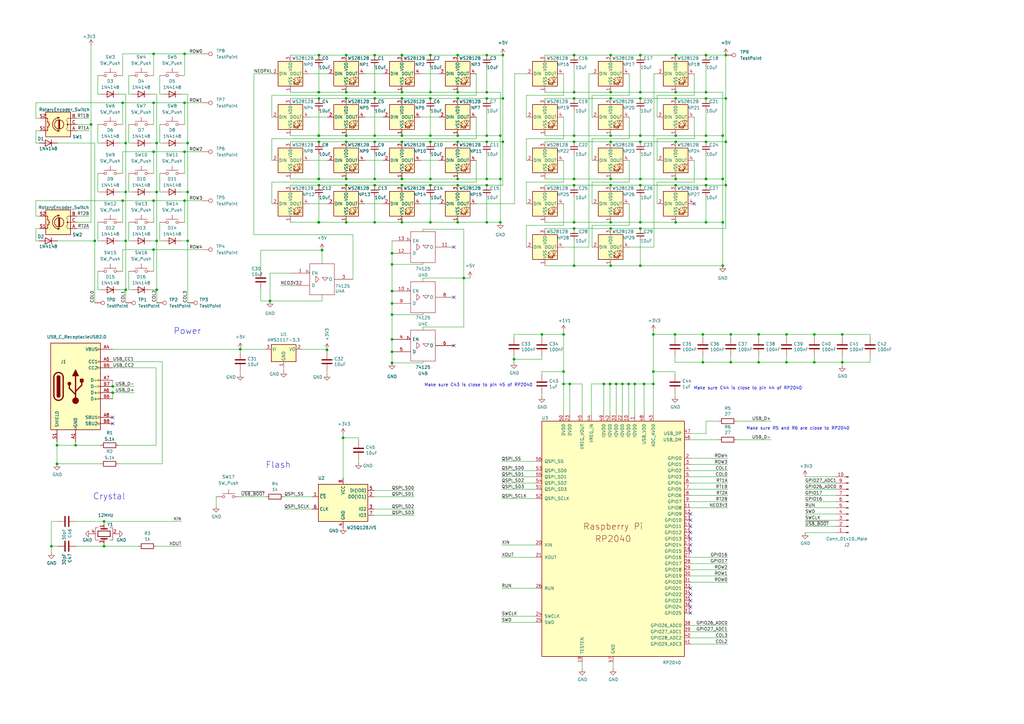
<source format=kicad_sch>
(kicad_sch (version 20211123) (generator eeschema)
  (paper "A3")
  (title_block (title "KnGXT MacroPaw") (date "2022-05-10") (rev "v1") (company "© 2022 kodachi 6•14, llc") (comment 1 "https://github.com/tjhorner/bizcard") (comment 2 "and TJ Horner's RP2040 business card") (comment 3 "https://datasheets.raspberrypi.com/rp2040/hardware-design-with-rp2040.pdf") (comment 4 "Largely based off \"Hardware Design with RP2040\""))
  (junction (at 277.114 75.946))
  (junction (at 289.56 40.386))
  (junction (at 289.56 75.946))
  (junction (at 160.782 119.38))
  (junction (at 130.81 91.186))
  (junction (at 199.644 58.166))
  (junction (at 250.444 75.946))
  (junction (at 235.458 22.606))
  (junction (at 110.744 123.444))
  (junction (at 250.444 22.606))
  (junction (at 153.67 75.946))
  (junction (at 231.14 157.48))
  (junction (at 190.246 114.046))
  (junction (at 176.53 73.406))
  (junction (at 130.81 58.166))
  (junction (at 299.72 148.59))
  (junction (at 62.992 82.296))
  (junction (at 262.636 108.966))
  (junction (at 46.228 158.496))
  (junction (at 262.636 37.846))
  (junction (at 262.636 58.166))
  (junction (at 51.562 78.74))
  (junction (at 250.444 91.186))
  (junction (at 187.706 37.846))
  (junction (at 289.56 73.406))
  (junction (at 164.846 22.606))
  (junction (at 235.458 91.186))
  (junction (at 262.636 91.186))
  (junction (at 164.846 58.166))
  (junction (at 199.644 37.846))
  (junction (at 345.44 148.59))
  (junction (at 187.706 55.626))
  (junction (at 141.986 22.606))
  (junction (at 187.706 22.606))
  (junction (at 21.082 224.028))
  (junction (at 187.706 58.166))
  (junction (at 62.992 62.23))
  (junction (at 50.292 82.296))
  (junction (at 50.292 42.164))
  (junction (at 206.248 40.386))
  (junction (at 296.418 73.406))
  (junction (at 160.782 124.46))
  (junction (at 262.636 75.946))
  (junction (at 296.418 108.966))
  (junction (at 130.81 22.606))
  (junction (at 288.29 137.16))
  (junction (at 160.782 144.272))
  (junction (at 235.458 93.726))
  (junction (at 334.01 137.16))
  (junction (at 160.782 108.458))
  (junction (at 23.368 190.246))
  (junction (at 250.444 40.386))
  (junction (at 296.418 91.186))
  (junction (at 75.692 42.164))
  (junction (at 46.228 161.036))
  (junction (at 160.782 139.192))
  (junction (at 262.636 40.386))
  (junction (at 130.81 73.406))
  (junction (at 141.986 37.846))
  (junction (at 277.114 91.186))
  (junction (at 140.716 179.578))
  (junction (at 250.444 37.846))
  (junction (at 345.44 137.16))
  (junction (at 267.97 137.16))
  (junction (at 187.706 91.186))
  (junction (at 75.692 82.296))
  (junction (at 235.458 55.626))
  (junction (at 141.986 73.406))
  (junction (at 260.35 157.48))
  (junction (at 187.706 75.946))
  (junction (at 250.444 73.406))
  (junction (at 199.644 91.186))
  (junction (at 311.15 148.59))
  (junction (at 141.986 91.186))
  (junction (at 23.368 182.626))
  (junction (at 141.986 55.626))
  (junction (at 176.53 55.626))
  (junction (at 262.636 73.406))
  (junction (at 153.67 40.386))
  (junction (at 64.262 78.74))
  (junction (at 252.73 157.48))
  (junction (at 164.846 91.186))
  (junction (at 64.262 58.674))
  (junction (at 64.262 118.872))
  (junction (at 299.72 137.16))
  (junction (at 267.97 157.48))
  (junction (at 187.706 40.386))
  (junction (at 141.986 75.946))
  (junction (at 130.6576 55.626))
  (junction (at 164.846 37.846))
  (junction (at 247.65 157.48))
  (junction (at 297.688 22.606))
  (junction (at 130.81 40.386))
  (junction (at 250.444 58.166))
  (junction (at 264.16 157.48))
  (junction (at 153.67 73.406))
  (junction (at 164.846 73.406))
  (junction (at 262.636 55.626))
  (junction (at 210.82 147.32))
  (junction (at 257.81 157.48))
  (junction (at 250.444 55.626))
  (junction (at 262.636 93.726))
  (junction (at 289.56 58.166))
  (junction (at 130.6576 73.406))
  (junction (at 235.458 108.966))
  (junction (at 62.992 22.098))
  (junction (at 205.232 73.406))
  (junction (at 296.418 55.626))
  (junction (at 37.338 51.054))
  (junction (at 130.81 55.626))
  (junction (at 206.248 22.606))
  (junction (at 322.58 137.16))
  (junction (at 176.53 58.166))
  (junction (at 199.644 75.946))
  (junction (at 276.86 137.16))
  (junction (at 277.114 22.606))
  (junction (at 255.27 157.48))
  (junction (at 187.706 73.406))
  (junction (at 235.458 37.846))
  (junction (at 199.644 22.606))
  (junction (at 42.672 224.028))
  (junction (at 297.688 58.166))
  (junction (at 51.562 118.872))
  (junction (at 176.53 75.946))
  (junction (at 199.644 73.406))
  (junction (at 51.562 98.806))
  (junction (at 153.67 37.846))
  (junction (at 176.53 91.186))
  (junction (at 206.248 58.166))
  (junction (at 76.962 98.806))
  (junction (at 250.19 157.48))
  (junction (at 205.232 91.186))
  (junction (at 30.988 182.626))
  (junction (at 62.992 102.362))
  (junction (at 277.114 55.626))
  (junction (at 231.14 152.4))
  (junction (at 176.53 40.386))
  (junction (at 205.232 55.626))
  (junction (at 297.688 75.946))
  (junction (at 250.444 93.726))
  (junction (at 267.97 152.4))
  (junction (at 153.67 22.606))
  (junction (at 277.114 73.406))
  (junction (at 322.58 148.59))
  (junction (at 160.782 103.886))
  (junction (at 130.81 37.846))
  (junction (at 160.782 129.032))
  (junction (at 153.67 55.626))
  (junction (at 176.53 22.606))
  (junction (at 222.25 137.16))
  (junction (at 76.962 78.74))
  (junction (at 334.01 148.59))
  (junction (at 289.56 37.846))
  (junction (at 235.458 40.386))
  (junction (at 130.6576 91.186))
  (junction (at 62.992 42.164))
  (junction (at 262.636 22.606))
  (junction (at 130.81 75.946))
  (junction (at 231.14 137.16))
  (junction (at 153.67 58.166))
  (junction (at 235.458 73.406))
  (junction (at 132.08 102.616))
  (junction (at 75.692 22.098))
  (junction (at 141.986 40.386))
  (junction (at 235.458 58.166))
  (junction (at 250.444 108.966))
  (junction (at 42.672 213.868))
  (junction (at 64.262 98.806))
  (junction (at 311.15 137.16))
  (junction (at 176.53 37.846))
  (junction (at 51.562 58.674))
  (junction (at 289.56 55.626))
  (junction (at 289.56 91.186))
  (junction (at 160.782 148.844))
  (junction (at 199.644 55.626))
  (junction (at 75.692 62.23))
  (junction (at 277.114 58.166))
  (junction (at 134.112 143.51))
  (junction (at 76.962 58.674))
  (junction (at 289.56 22.606))
  (junction (at 164.846 40.386))
  (junction (at 277.114 40.386))
  (junction (at 235.458 75.946))
  (junction (at 277.114 37.846))
  (junction (at 153.67 91.186))
  (junction (at 98.552 143.256))
  (junction (at 164.846 55.626))
  (junction (at 38.862 98.806))
  (junction (at 164.846 75.946))
  (junction (at 288.29 148.59))
  (junction (at 199.644 40.386))
  (junction (at 141.986 58.166))
  (junction (at 130.6576 37.846))
  (junction (at 297.688 40.386))
  (junction (at 233.68 157.48))
  (no_connect (at 283.21 248.92))
  (no_connect (at 186.182 141.732))
  (no_connect (at 186.182 121.92))
  (no_connect (at 283.21 215.9))
  (no_connect (at 283.21 218.44))
  (no_connect (at 283.21 241.3))
  (no_connect (at 283.21 243.84))
  (no_connect (at 283.21 246.38))
  (no_connect (at 283.21 226.06))
  (no_connect (at 283.21 213.36))
  (no_connect (at 283.21 220.98))
  (no_connect (at 283.21 223.52))
  (no_connect (at 284.734 83.566))
  (no_connect (at 186.182 101.346))
  (no_connect (at 46.228 173.736))
  (no_connect (at 283.21 210.82))
  (no_connect (at 283.21 251.46))
  (no_connect (at 46.228 171.196))
  (wire (pts (xy 52.832 38.608) (xy 52.832 30.988)))
  (wire (pts (xy 153.67 45.466) (xy 153.67 55.626)))
  (wire (pts (xy 62.992 82.296) (xy 75.692 82.296)))
  (wire (pts (xy 223.52 22.606) (xy 235.458 22.606)))
  (wire (pts (xy 130.81 81.026) (xy 130.81 91.186)))
  (wire (pts (xy 54.102 38.608) (xy 52.832 38.608)))
  (wire (pts (xy 235.458 98.806) (xy 235.458 108.966)))
  (wire (pts (xy 242.824 56.896) (xy 242.824 65.786)))
  (wire (pts (xy 50.292 91.186) (xy 50.292 82.296)))
  (wire (pts (xy 50.292 22.098) (xy 62.992 22.098)))
  (wire (pts (xy 231.14 56.896) (xy 215.9 56.896)))
  (wire (pts (xy 160.782 103.886) (xy 160.782 98.806)))
  (wire (pts (xy 65.532 38.608) (xy 65.532 30.988)))
  (wire (pts (xy 173.482 114.046) (xy 190.246 114.046)))
  (wire (pts (xy 46.228 148.336) (xy 66.548 148.336)))
  (wire (pts (xy 231.14 83.566) (xy 231.14 92.456)))
  (wire (pts (xy 49.022 98.806) (xy 51.562 98.806)))
  (wire (pts (xy 219.71 204.47) (xy 205.74 204.47)))
  (wire (pts (xy 267.97 137.16) (xy 276.86 137.16)))
  (wire (pts (xy 187.706 75.946) (xy 199.644 75.946)))
  (wire (pts (xy 330.2 208.28) (xy 342.9 208.28)))
  (wire (pts (xy 241.554 30.226) (xy 242.824 30.226)))
  (wire (pts (xy 334.01 146.05) (xy 334.01 148.59)))
  (wire (pts (xy 62.992 62.23) (xy 75.692 62.23)))
  (wire (pts (xy 46.228 161.036) (xy 46.228 163.576)))
  (wire (pts (xy 31.496 91.186) (xy 37.338 91.186)))
  (wire (pts (xy 258.064 39.116) (xy 242.824 39.116)))
  (wire (pts (xy 210.82 147.32) (xy 210.82 148.59)))
  (wire (pts (xy 322.58 148.59) (xy 311.15 148.59)))
  (wire (pts (xy 283.21 187.96) (xy 298.45 187.96)))
  (wire (pts (xy 276.86 161.29) (xy 276.86 162.56)))
  (wire (pts (xy 14.732 58.674) (xy 16.002 58.674)))
  (wire (pts (xy 164.846 22.606) (xy 176.53 22.606)))
  (wire (pts (xy 64.262 224.028) (xy 74.422 224.028)))
  (wire (pts (xy 262.636 58.166) (xy 277.114 58.166)))
  (wire (pts (xy 119.126 58.166) (xy 130.81 58.166)))
  (wire (pts (xy 66.548 190.246) (xy 48.768 190.246)))
  (wire (pts (xy 52.832 58.674) (xy 52.832 51.054)))
  (wire (pts (xy 21.082 213.868) (xy 21.082 224.028)))
  (wire (pts (xy 262.636 73.406) (xy 277.114 73.406)))
  (wire (pts (xy 141.986 73.406) (xy 153.67 73.406)))
  (wire (pts (xy 296.418 37.846) (xy 296.418 55.626)))
  (wire (pts (xy 66.548 148.336) (xy 66.548 190.246)))
  (wire (pts (xy 206.248 58.166) (xy 206.248 40.386)))
  (wire (pts (xy 289.56 55.626) (xy 296.418 55.626)))
  (wire (pts (xy 31.496 53.594) (xy 36.576 53.594)))
  (wire (pts (xy 345.44 138.43) (xy 345.44 137.16)))
  (wire (pts (xy 277.114 73.406) (xy 289.56 73.406)))
  (wire (pts (xy 258.064 74.676) (xy 242.824 74.676)))
  (wire (pts (xy 54.102 78.74) (xy 52.832 78.74)))
  (wire (pts (xy 231.14 137.16) (xy 231.14 152.4)))
  (wire (pts (xy 283.21 205.74) (xy 298.45 205.74)))
  (wire (pts (xy 190.246 114.046) (xy 190.246 134.112)))
  (wire (pts (xy 37.338 18.796) (xy 37.338 51.054)))
  (wire (pts (xy 130.81 55.626) (xy 141.986 55.626)))
  (wire (pts (xy 311.15 148.59) (xy 299.72 148.59)))
  (wire (pts (xy 345.44 137.16) (xy 356.87 137.16)))
  (wire (pts (xy 283.21 231.14) (xy 298.45 231.14)))
  (wire (pts (xy 235.458 58.166) (xy 250.444 58.166)))
  (wire (pts (xy 64.008 182.626) (xy 48.768 182.626)))
  (wire (pts (xy 269.494 74.676) (xy 269.494 83.566)))
  (wire (pts (xy 153.67 58.166) (xy 164.846 58.166)))
  (wire (pts (xy 210.82 137.16) (xy 222.25 137.16)))
  (wire (pts (xy 14.732 53.594) (xy 14.732 58.674)))
  (wire (pts (xy 14.732 93.726) (xy 14.732 98.806)))
  (wire (pts (xy 42.672 224.028) (xy 56.642 224.028)))
  (wire (pts (xy 126.746 30.226) (xy 134.366 30.226)))
  (wire (pts (xy 64.008 150.876) (xy 64.008 182.626)))
  (wire (pts (xy 283.21 200.66) (xy 298.45 200.66)))
  (wire (pts (xy 172.466 30.226) (xy 180.086 30.226)))
  (wire (pts (xy 111.506 39.116) (xy 111.506 48.006)))
  (wire (pts (xy 49.022 38.608) (xy 51.562 38.608)))
  (wire (pts (xy 111.506 56.896) (xy 111.506 65.786)))
  (wire (pts (xy 14.732 48.514) (xy 16.256 48.514)))
  (wire (pts (xy 160.782 139.192) (xy 160.782 144.272)))
  (wire (pts (xy 283.21 177.8) (xy 289.56 177.8)))
  (wire (pts (xy 210.82 138.43) (xy 210.82 137.16)))
  (wire (pts (xy 173.482 129.032) (xy 173.482 128.27)))
  (wire (pts (xy 62.992 102.362) (xy 83.058 102.362)))
  (wire (pts (xy 147.066 188.468) (xy 147.066 189.738)))
  (wire (pts (xy 260.35 157.48) (xy 260.35 170.18)))
  (wire (pts (xy 130.6576 37.846) (xy 130.81 37.846)))
  (wire (pts (xy 38.862 58.674) (xy 38.862 98.806)))
  (wire (pts (xy 199.644 55.626) (xy 205.232 55.626)))
  (wire (pts (xy 255.27 170.18) (xy 255.27 157.48)))
  (wire (pts (xy 283.21 261.62) (xy 298.45 261.62)))
  (wire (pts (xy 187.706 37.846) (xy 199.644 37.846)))
  (wire (pts (xy 345.44 146.05) (xy 345.44 148.59)))
  (wire (pts (xy 215.9 92.456) (xy 215.9 101.346)))
  (wire (pts (xy 149.606 48.006) (xy 157.226 48.006)))
  (wire (pts (xy 231.14 135.89) (xy 231.14 137.16)))
  (wire (pts (xy 190.246 114.046) (xy 192.786 114.046)))
  (wire (pts (xy 23.622 213.868) (xy 21.082 213.868)))
  (wire (pts (xy 88.646 203.708) (xy 88.646 207.518)))
  (wire (pts (xy 199.644 58.166) (xy 206.248 58.166)))
  (wire (pts (xy 269.494 56.896) (xy 269.494 65.786)))
  (wire (pts (xy 205.74 198.12) (xy 219.71 198.12)))
  (wire (pts (xy 173.482 107.696) (xy 173.482 108.458)))
  (wire (pts (xy 210.82 147.32) (xy 222.25 147.32)))
  (wire (pts (xy 130.81 75.946) (xy 141.986 75.946)))
  (wire (pts (xy 153.67 22.606) (xy 164.846 22.606)))
  (wire (pts (xy 119.126 55.626) (xy 130.6576 55.626)))
  (wire (pts (xy 144.78 96.266) (xy 144.78 114.554)))
  (wire (pts (xy 64.262 98.806) (xy 64.262 118.872)))
  (wire (pts (xy 23.622 98.806) (xy 38.862 98.806)))
  (wire (pts (xy 311.15 137.16) (xy 322.58 137.16)))
  (wire (pts (xy 211.074 30.226) (xy 215.9 30.226)))
  (wire (pts (xy 42.672 215.138) (xy 42.672 213.868)))
  (wire (pts (xy 75.692 51.054) (xy 75.692 42.164)))
  (wire (pts (xy 334.01 148.59) (xy 345.44 148.59)))
  (wire (pts (xy 283.21 198.12) (xy 298.45 198.12)))
  (wire (pts (xy 153.416 208.788) (xy 169.926 208.788)))
  (wire (pts (xy 330.2 198.12) (xy 342.9 198.12)))
  (wire (pts (xy 176.53 58.166) (xy 187.706 58.166)))
  (wire (pts (xy 187.706 91.186) (xy 199.644 91.186)))
  (wire (pts (xy 173.482 148.082) (xy 173.482 148.844)))
  (wire (pts (xy 176.53 63.246) (xy 176.53 73.406)))
  (wire (pts (xy 106.934 118.618) (xy 106.934 123.444)))
  (wire (pts (xy 262.636 81.026) (xy 262.636 91.186)))
  (wire (pts (xy 75.692 30.988) (xy 75.692 22.098)))
  (wire (pts (xy 195.326 83.566) (xy 211.074 83.566)))
  (wire (pts (xy 289.56 27.686) (xy 289.56 37.846)))
  (wire (pts (xy 250.444 75.946) (xy 262.636 75.946)))
  (wire (pts (xy 14.732 98.806) (xy 16.002 98.806)))
  (wire (pts (xy 190.246 93.98) (xy 190.246 114.046)))
  (wire (pts (xy 141.986 40.386) (xy 153.67 40.386)))
  (wire (pts (xy 296.418 108.966) (xy 296.418 91.186)))
  (wire (pts (xy 289.56 37.846) (xy 296.418 37.846)))
  (wire (pts (xy 62.992 30.988) (xy 62.992 22.098)))
  (wire (pts (xy 283.21 259.08) (xy 298.45 259.08)))
  (wire (pts (xy 64.262 78.74) (xy 64.262 98.806)))
  (wire (pts (xy 111.506 74.676) (xy 195.326 74.676)))
  (wire (pts (xy 284.734 30.226) (xy 284.734 39.116)))
  (wire (pts (xy 160.782 129.032) (xy 173.482 129.032)))
  (wire (pts (xy 345.44 148.59) (xy 356.87 148.59)))
  (wire (pts (xy 247.65 170.18) (xy 247.65 157.48)))
  (wire (pts (xy 262.636 93.726) (xy 297.688 93.726)))
  (wire (pts (xy 258.064 30.226) (xy 258.064 39.116)))
  (wire (pts (xy 299.72 148.59) (xy 288.29 148.59)))
  (wire (pts (xy 164.846 40.386) (xy 176.53 40.386)))
  (wire (pts (xy 283.21 195.58) (xy 298.45 195.58)))
  (wire (pts (xy 76.962 98.806) (xy 76.962 124.206)))
  (wire (pts (xy 277.114 22.606) (xy 289.56 22.606)))
  (wire (pts (xy 149.606 30.226) (xy 157.226 30.226)))
  (wire (pts (xy 250.444 73.406) (xy 262.636 73.406)))
  (wire (pts (xy 140.716 179.578) (xy 140.716 196.088)))
  (wire (pts (xy 64.262 58.674) (xy 64.262 78.74)))
  (wire (pts (xy 257.81 157.48) (xy 260.35 157.48)))
  (wire (pts (xy 233.68 170.18) (xy 233.68 157.48)))
  (wire (pts (xy 289.56 75.946) (xy 297.688 75.946)))
  (wire (pts (xy 76.962 58.674) (xy 76.962 78.74)))
  (wire (pts (xy 235.458 45.466) (xy 235.458 55.626)))
  (wire (pts (xy 108.712 143.256) (xy 98.552 143.256)))
  (wire (pts (xy 322.58 138.43) (xy 322.58 137.16)))
  (wire (pts (xy 277.114 37.846) (xy 289.56 37.846)))
  (wire (pts (xy 23.622 58.674) (xy 38.862 58.674)))
  (wire (pts (xy 40.132 78.74) (xy 40.132 71.12)))
  (wire (pts (xy 231.14 74.676) (xy 215.9 74.676)))
  (wire (pts (xy 250.444 108.966) (xy 262.636 108.966)))
  (wire (pts (xy 296.418 55.626) (xy 296.418 73.406)))
  (wire (pts (xy 41.402 118.872) (xy 40.132 118.872)))
  (wire (pts (xy 119.126 40.386) (xy 130.81 40.386)))
  (wire (pts (xy 40.132 58.674) (xy 40.132 51.054)))
  (wire (pts (xy 199.644 73.406) (xy 205.232 73.406)))
  (wire (pts (xy 231.14 39.116) (xy 215.9 39.116)))
  (wire (pts (xy 76.962 38.608) (xy 76.962 58.674)))
  (wire (pts (xy 132.08 102.616) (xy 132.08 102.362)))
  (wire (pts (xy 119.126 37.846) (xy 130.6576 37.846)))
  (wire (pts (xy 288.29 148.59) (xy 276.86 148.59)))
  (wire (pts (xy 250.444 37.846) (xy 262.636 37.846)))
  (wire (pts (xy 134.112 143.51) (xy 134.112 143.256)))
  (wire (pts (xy 176.53 45.466) (xy 176.53 55.626)))
  (wire (pts (xy 130.81 45.466) (xy 130.81 55.626)))
  (wire (pts (xy 50.292 82.296) (xy 62.992 82.296)))
  (wire (pts (xy 283.21 236.22) (xy 298.45 236.22)))
  (wire (pts (xy 160.782 108.458) (xy 173.482 108.458)))
  (wire (pts (xy 153.416 201.168) (xy 169.926 201.168)))
  (wire (pts (xy 345.44 148.59) (xy 345.44 149.86)))
  (wire (pts (xy 284.734 56.896) (xy 269.494 56.896)))
  (wire (pts (xy 250.444 55.626) (xy 262.636 55.626)))
  (wire (pts (xy 238.76 157.48) (xy 233.68 157.48)))
  (wire (pts (xy 65.532 58.674) (xy 65.532 51.054)))
  (wire (pts (xy 283.21 208.28) (xy 298.45 208.28)))
  (wire (pts (xy 296.418 91.186) (xy 289.56 91.186)))
  (wire (pts (xy 267.97 157.48) (xy 267.97 170.18)))
  (wire (pts (xy 104.14 30.226) (xy 111.506 30.226)))
  (wire (pts (xy 283.21 233.68) (xy 298.45 233.68)))
  (wire (pts (xy 250.444 91.186) (xy 262.636 91.186)))
  (wire (pts (xy 242.824 39.116) (xy 242.824 48.006)))
  (wire (pts (xy 223.52 91.186) (xy 235.458 91.186)))
  (wire (pts (xy 277.114 91.186) (xy 289.56 91.186)))
  (wire (pts (xy 141.986 55.626) (xy 153.67 55.626)))
  (wire (pts (xy 116.332 150.876) (xy 116.332 152.146)))
  (wire (pts (xy 222.25 161.29) (xy 222.25 162.56)))
  (wire (pts (xy 14.732 42.164) (xy 50.292 42.164)))
  (wire (pts (xy 23.368 182.626) (xy 23.368 190.246)))
  (wire (pts (xy 283.21 180.34) (xy 294.64 180.34)))
  (wire (pts (xy 267.97 137.16) (xy 267.97 152.4)))
  (wire (pts (xy 250.444 40.386) (xy 262.636 40.386)))
  (wire (pts (xy 41.402 38.608) (xy 40.132 38.608)))
  (wire (pts (xy 147.066 179.578) (xy 140.716 179.578)))
  (wire (pts (xy 289.56 73.406) (xy 296.418 73.406)))
  (wire (pts (xy 231.14 92.456) (xy 215.9 92.456)))
  (wire (pts (xy 231.14 157.48) (xy 231.14 170.18)))
  (wire (pts (xy 199.644 22.606) (xy 206.248 22.606)))
  (wire (pts (xy 334.01 138.43) (xy 334.01 137.16)))
  (wire (pts (xy 242.824 92.456) (xy 242.824 101.346)))
  (wire (pts (xy 153.67 91.186) (xy 164.846 91.186)))
  (wire (pts (xy 62.992 111.252) (xy 62.992 102.362)))
  (wire (pts (xy 153.67 63.246) (xy 153.67 73.406)))
  (wire (pts (xy 199.644 27.686) (xy 199.644 37.846)))
  (wire (pts (xy 52.832 78.74) (xy 52.832 71.12)))
  (wire (pts (xy 277.114 58.166) (xy 289.56 58.166)))
  (wire (pts (xy 262.636 75.946) (xy 277.114 75.946)))
  (wire (pts (xy 75.692 71.12) (xy 75.692 62.23)))
  (wire (pts (xy 195.326 30.226) (xy 195.326 39.116)))
  (wire (pts (xy 30.988 181.356) (xy 30.988 182.626)))
  (wire (pts (xy 51.562 98.806) (xy 51.562 118.872)))
  (wire (pts (xy 284.734 39.116) (xy 269.494 39.116)))
  (wire (pts (xy 54.102 58.674) (xy 52.832 58.674)))
  (wire (pts (xy 51.562 118.872) (xy 51.562 124.206)))
  (wire (pts (xy 190.246 134.112) (xy 173.482 134.112)))
  (wire (pts (xy 51.562 58.674) (xy 51.562 78.74)))
  (wire (pts (xy 264.16 157.48) (xy 267.97 157.48)))
  (wire (pts (xy 37.338 51.054) (xy 37.338 91.186)))
  (wire (pts (xy 46.228 150.876) (xy 64.008 150.876)))
  (wire (pts (xy 14.732 82.296) (xy 50.292 82.296)))
  (wire (pts (xy 31.242 224.028) (xy 42.672 224.028)))
  (wire (pts (xy 111.506 74.676) (xy 111.506 83.566)))
  (wire (pts (xy 219.71 228.6) (xy 205.74 228.6)))
  (wire (pts (xy 252.73 170.18) (xy 252.73 157.48)))
  (wire (pts (xy 199.644 91.186) (xy 205.232 91.186)))
  (wire (pts (xy 75.692 62.23) (xy 83.058 62.23)))
  (wire (pts (xy 66.802 78.74) (xy 65.532 78.74)))
  (wire (pts (xy 172.466 65.786) (xy 180.086 65.786)))
  (wire (pts (xy 164.846 58.166) (xy 176.53 58.166)))
  (wire (pts (xy 110.744 112.014) (xy 119.38 112.014)))
  (wire (pts (xy 251.46 271.78) (xy 251.46 274.32)))
  (wire (pts (xy 206.248 40.386) (xy 206.248 22.606)))
  (wire (pts (xy 330.2 210.82) (xy 342.9 210.82)))
  (wire (pts (xy 153.416 211.328) (xy 169.926 211.328)))
  (wire (pts (xy 297.688 75.946) (xy 297.688 58.166)))
  (wire (pts (xy 74.422 38.608) (xy 76.962 38.608)))
  (wire (pts (xy 223.52 55.626) (xy 235.458 55.626)))
  (wire (pts (xy 222.25 152.4) (xy 231.14 152.4)))
  (wire (pts (xy 223.52 73.406) (xy 235.458 73.406)))
  (wire (pts (xy 74.422 98.806) (xy 76.962 98.806)))
  (wire (pts (xy 284.734 74.676) (xy 269.494 74.676)))
  (wire (pts (xy 132.08 102.616) (xy 132.08 108.204)))
  (wire (pts (xy 50.292 62.23) (xy 62.992 62.23)))
  (wire (pts (xy 23.368 190.246) (xy 41.148 190.246)))
  (wire (pts (xy 334.01 137.16) (xy 345.44 137.16)))
  (wire (pts (xy 173.482 94.996) (xy 173.482 93.98)))
  (wire (pts (xy 199.644 75.946) (xy 206.248 75.946)))
  (wire (pts (xy 283.21 228.6) (xy 298.45 228.6)))
  (wire (pts (xy 62.992 22.098) (xy 75.692 22.098)))
  (wire (pts (xy 153.67 40.386) (xy 164.846 40.386)))
  (wire (pts (xy 199.644 37.846) (xy 205.232 37.846)))
  (wire (pts (xy 98.552 144.526) (xy 98.552 143.256)))
  (wire (pts (xy 262.636 40.386) (xy 277.114 40.386)))
  (wire (pts (xy 14.732 88.646) (xy 16.256 88.646)))
  (wire (pts (xy 199.644 40.386) (xy 206.248 40.386)))
  (wire (pts (xy 311.15 138.43) (xy 311.15 137.16)))
  (wire (pts (xy 235.458 108.966) (xy 250.444 108.966)))
  (wire (pts (xy 284.734 65.786) (xy 284.734 74.676)))
  (wire (pts (xy 130.81 22.606) (xy 141.986 22.606)))
  (wire (pts (xy 46.228 143.256) (xy 98.552 143.256)))
  (wire (pts (xy 302.26 180.34) (xy 316.23 180.34)))
  (wire (pts (xy 106.934 123.444) (xy 110.744 123.444)))
  (wire (pts (xy 297.688 40.386) (xy 297.688 22.606)))
  (wire (pts (xy 269.494 39.116) (xy 269.494 48.006)))
  (wire (pts (xy 130.81 40.386) (xy 141.986 40.386)))
  (wire (pts (xy 242.57 157.48) (xy 247.65 157.48)))
  (wire (pts (xy 153.67 37.846) (xy 164.846 37.846)))
  (wire (pts (xy 330.2 203.2) (xy 342.9 203.2)))
  (wire (pts (xy 76.962 78.74) (xy 76.962 98.806)))
  (wire (pts (xy 195.326 74.676) (xy 195.326 65.786)))
  (wire (pts (xy 258.064 65.786) (xy 258.064 74.676)))
  (wire (pts (xy 223.52 40.386) (xy 235.458 40.386)))
  (wire (pts (xy 50.292 71.12) (xy 50.292 62.23)))
  (wire (pts (xy 132.08 123.444) (xy 132.08 120.904)))
  (wire (pts (xy 330.2 195.58) (xy 342.9 195.58)))
  (wire (pts (xy 116.586 203.708) (xy 128.016 203.708)))
  (wire (pts (xy 116.586 208.788) (xy 128.016 208.788)))
  (wire (pts (xy 187.706 73.406) (xy 199.644 73.406)))
  (wire (pts (xy 126.746 48.006) (xy 134.366 48.006)))
  (wire (pts (xy 283.21 190.5) (xy 298.45 190.5)))
  (wire (pts (xy 176.53 27.686) (xy 176.53 37.846)))
  (wire (pts (xy 187.706 55.626) (xy 199.644 55.626)))
  (wire (pts (xy 64.262 38.608) (xy 64.262 58.674)))
  (wire (pts (xy 235.458 27.686) (xy 235.458 37.846)))
  (wire (pts (xy 66.802 98.806) (xy 65.532 98.806)))
  (wire (pts (xy 210.82 146.05) (xy 210.82 147.32)))
  (wire (pts (xy 276.86 146.05) (xy 276.86 148.59)))
  (wire (pts (xy 219.71 252.73) (xy 205.74 252.73)))
  (wire (pts (xy 267.97 152.4) (xy 267.97 157.48)))
  (wire (pts (xy 31.496 48.514) (xy 36.576 48.514)))
  (wire (pts (xy 75.692 91.186) (xy 75.692 82.296)))
  (wire (pts (xy 264.16 170.18) (xy 264.16 157.48)))
  (wire (pts (xy 297.688 75.946) (xy 297.688 93.726)))
  (wire (pts (xy 205.74 193.04) (xy 219.71 193.04)))
  (wire (pts (xy 289.56 63.246) (xy 289.56 73.406)))
  (wire (pts (xy 62.992 51.054) (xy 62.992 42.164)))
  (wire (pts (xy 50.292 30.988) (xy 50.292 22.098)))
  (wire (pts (xy 238.76 271.78) (xy 238.76 274.32)))
  (wire (pts (xy 222.25 153.67) (xy 222.25 152.4)))
  (wire (pts (xy 65.532 78.74) (xy 65.532 71.12)))
  (wire (pts (xy 172.466 83.566) (xy 180.086 83.566)))
  (wire (pts (xy 62.992 91.186) (xy 62.992 82.296)))
  (wire (pts (xy 235.458 63.246) (xy 235.458 73.406)))
  (wire (pts (xy 289.56 172.72) (xy 289.56 177.8)))
  (wire (pts (xy 231.14 48.006) (xy 231.14 56.896)))
  (wire (pts (xy 141.986 58.166) (xy 153.67 58.166)))
  (wire (pts (xy 153.67 75.946) (xy 164.846 75.946)))
  (wire (pts (xy 141.986 22.606) (xy 153.67 22.606)))
  (wire (pts (xy 46.228 155.956) (xy 46.228 158.496)))
  (wire (pts (xy 356.87 146.05) (xy 356.87 148.59)))
  (wire (pts (xy 238.76 170.18) (xy 238.76 157.48)))
  (wire (pts (xy 119.126 75.946) (xy 130.81 75.946)))
  (wire (pts (xy 123.952 143.256) (xy 134.112 143.256)))
  (wire (pts (xy 205.74 195.58) (xy 219.71 195.58)))
  (wire (pts (xy 211.074 30.226) (xy 211.074 83.566)))
  (wire (pts (xy 283.21 264.16) (xy 298.45 264.16)))
  (wire (pts (xy 231.14 65.786) (xy 231.14 74.676)))
  (wire (pts (xy 164.846 91.186) (xy 176.53 91.186)))
  (wire (pts (xy 276.86 153.67) (xy 276.86 152.4)))
  (wire (pts (xy 289.56 172.72) (xy 294.64 172.72)))
  (wire (pts (xy 40.132 118.872) (xy 40.132 111.252)))
  (wire (pts (xy 141.986 75.946) (xy 153.67 75.946)))
  (wire (pts (xy 65.532 98.806) (xy 65.532 91.186)))
  (wire (pts (xy 62.992 42.164) (xy 75.692 42.164)))
  (wire (pts (xy 173.482 93.98) (xy 190.246 93.98)))
  (wire (pts (xy 50.292 102.362) (xy 62.992 102.362)))
  (wire (pts (xy 66.802 38.608) (xy 65.532 38.608)))
  (wire (pts (xy 153.67 81.026) (xy 153.67 91.186)))
  (wire (pts (xy 126.746 83.566) (xy 134.366 83.566)))
  (wire (pts (xy 31.496 88.646) (xy 36.576 88.646)))
  (wire (pts (xy 334.01 148.59) (xy 322.58 148.59)))
  (wire (pts (xy 311.15 146.05) (xy 311.15 148.59)))
  (wire (pts (xy 205.232 91.186) (xy 205.232 73.406)))
  (wire (pts (xy 330.2 218.44) (xy 342.9 218.44)))
  (wire (pts (xy 62.992 71.12) (xy 62.992 62.23)))
  (wire (pts (xy 260.35 157.48) (xy 264.16 157.48)))
  (wire (pts (xy 276.86 138.43) (xy 276.86 137.16)))
  (wire (pts (xy 235.458 22.606) (xy 250.444 22.606)))
  (wire (pts (xy 288.29 138.43) (xy 288.29 137.16)))
  (wire (pts (xy 322.58 146.05) (xy 322.58 148.59)))
  (wire (pts (xy 98.806 203.708) (xy 108.966 203.708)))
  (wire (pts (xy 153.67 73.406) (xy 164.846 73.406)))
  (wire (pts (xy 49.022 78.74) (xy 51.562 78.74)))
  (wire (pts (xy 61.722 118.872) (xy 64.262 118.872)))
  (wire (pts (xy 262.636 27.686) (xy 262.636 37.846)))
  (wire (pts (xy 51.562 38.608) (xy 51.562 58.674)))
  (wire (pts (xy 110.744 123.444) (xy 132.08 123.444)))
  (wire (pts (xy 215.9 74.676) (xy 215.9 83.566)))
  (wire (pts (xy 206.248 58.166) (xy 206.248 75.946)))
  (wire (pts (xy 153.416 203.708) (xy 169.926 203.708)))
  (wire (pts (xy 176.53 81.026) (xy 176.53 91.186)))
  (wire (pts (xy 299.72 146.05) (xy 299.72 148.59)))
  (wire (pts (xy 283.21 203.2) (xy 298.45 203.2)))
  (wire (pts (xy 283.21 256.54) (xy 298.45 256.54)))
  (wire (pts (xy 187.706 58.166) (xy 199.644 58.166)))
  (wire (pts (xy 187.706 22.606) (xy 199.644 22.606)))
  (wire (pts (xy 235.458 37.846) (xy 250.444 37.846)))
  (wire (pts (xy 64.262 118.872) (xy 64.262 124.206)))
  (wire (pts (xy 258.064 92.456) (xy 242.824 92.456)))
  (wire (pts (xy 289.56 58.166) (xy 297.688 58.166)))
  (wire (pts (xy 250.19 157.48) (xy 252.73 157.48)))
  (wire (pts (xy 61.722 78.74) (xy 64.262 78.74)))
  (wire (pts (xy 199.644 81.026) (xy 199.644 91.186)))
  (wire (pts (xy 61.722 38.608) (xy 64.262 38.608)))
  (wire (pts (xy 40.132 38.608) (xy 40.132 30.988)))
  (wire (pts (xy 268.224 30.226) (xy 269.494 30.226)))
  (wire (pts (xy 205.232 37.846) (xy 205.232 55.626)))
  (wire (pts (xy 115.062 117.094) (xy 119.38 117.094)))
  (wire (pts (xy 247.65 157.48) (xy 250.19 157.48)))
  (wire (pts (xy 106.934 102.616) (xy 106.934 110.998)))
  (wire (pts (xy 42.672 222.758) (xy 42.672 224.028)))
  (wire (pts (xy 172.466 48.006) (xy 180.086 48.006)))
  (wire (pts (xy 262.636 37.846) (xy 277.114 37.846)))
  (wire (pts (xy 30.988 182.626) (xy 41.148 182.626)))
  (wire (pts (xy 41.402 58.674) (xy 40.132 58.674)))
  (wire (pts (xy 104.14 96.266) (xy 104.14 30.226)))
  (wire (pts (xy 176.53 40.386) (xy 187.706 40.386)))
  (wire (pts (xy 299.72 137.16) (xy 311.15 137.16)))
  (wire (pts (xy 288.29 137.16) (xy 299.72 137.16)))
  (wire (pts (xy 235.458 81.026) (xy 235.458 91.186)))
  (wire (pts (xy 130.6576 73.406) (xy 130.81 73.406)))
  (wire (pts (xy 215.9 56.896) (xy 215.9 65.786)))
  (wire (pts (xy 111.506 56.896) (xy 195.326 56.896)))
  (wire (pts (xy 40.132 98.806) (xy 40.132 91.186)))
  (wire (pts (xy 98.552 152.146) (xy 98.552 153.416)))
  (wire (pts (xy 219.71 255.27) (xy 205.74 255.27)))
  (wire (pts (xy 23.622 224.028) (xy 21.082 224.028)))
  (wire (pts (xy 134.112 144.526) (xy 134.112 143.51)))
  (wire (pts (xy 262.636 55.626) (xy 277.114 55.626)))
  (wire (pts (xy 49.022 58.674) (xy 51.562 58.674)))
  (wire (pts (xy 153.67 27.686) (xy 153.67 37.846)))
  (wire (pts (xy 258.064 83.566) (xy 258.064 92.456)))
  (wire (pts (xy 262.636 22.606) (xy 277.114 22.606)))
  (wire (pts (xy 130.81 37.846) (xy 141.986 37.846)))
  (wire (pts (xy 130.81 27.686) (xy 130.81 37.846)))
  (wire (pts (xy 262.636 98.806) (xy 262.636 108.966)))
  (wire (pts (xy 223.52 108.966) (xy 235.458 108.966)))
  (wire (pts (xy 54.102 118.872) (xy 52.832 118.872)))
  (wire (pts (xy 258.064 56.896) (xy 242.824 56.896)))
  (wire (pts (xy 74.422 78.74) (xy 76.962 78.74)))
  (wire (pts (xy 356.87 138.43) (xy 356.87 137.16)))
  (wire (pts (xy 297.688 58.166) (xy 297.688 40.386)))
  (wire (pts (xy 330.2 200.66) (xy 342.9 200.66)))
  (wire (pts (xy 160.782 124.46) (xy 160.782 129.032)))
  (wire (pts (xy 205.74 223.52) (xy 219.71 223.52)))
  (wire (pts (xy 173.482 115.57) (xy 173.482 114.046)))
  (wire (pts (xy 52.832 98.806) (xy 52.832 91.186)))
  (wire (pts (xy 164.846 73.406) (xy 176.53 73.406)))
  (wire (pts (xy 231.14 101.346) (xy 241.554 101.346)))
  (wire (pts (xy 289.56 22.606) (xy 297.688 22.606)))
  (wire (pts (xy 106.934 102.616) (xy 132.08 102.616)))
  (wire (pts (xy 51.562 78.74) (xy 51.562 98.806)))
  (wire (pts (xy 205.232 73.406) (xy 205.232 55.626)))
  (wire (pts (xy 149.606 83.566) (xy 157.226 83.566)))
  (wire (pts (xy 223.52 75.946) (xy 235.458 75.946)))
  (wire (pts (xy 130.81 63.246) (xy 130.81 73.406)))
  (wire (pts (xy 231.14 30.226) (xy 231.14 39.116)))
  (wire (pts (xy 219.71 241.3) (xy 205.74 241.3)))
  (wire (pts (xy 49.022 118.872) (xy 51.562 118.872)))
  (wire (pts (xy 52.832 118.872) (xy 52.832 111.252)))
  (wire (pts (xy 21.082 224.028) (xy 21.082 226.568)))
  (wire (pts (xy 289.56 81.026) (xy 289.56 91.186)))
  (wire (pts (xy 250.444 22.606) (xy 262.636 22.606)))
  (wire (pts (xy 176.53 22.606) (xy 187.706 22.606)))
  (wire (pts (xy 235.458 55.626) (xy 250.444 55.626)))
  (wire (pts (xy 164.846 75.946) (xy 176.53 75.946)))
  (wire (pts (xy 283.21 193.04) (xy 298.45 193.04)))
  (wire (pts (xy 164.846 55.626) (xy 176.53 55.626)))
  (wire (pts (xy 268.224 101.346) (xy 268.224 30.226)))
  (wire (pts (xy 31.496 93.726) (xy 36.576 93.726)))
  (wire (pts (xy 289.56 45.466) (xy 289.56 55.626)))
  (wire (pts (xy 258.064 101.346) (xy 268.224 101.346)))
  (wire (pts (xy 46.228 161.036) (xy 55.118 161.036)))
  (wire (pts (xy 199.644 63.246) (xy 199.644 73.406)))
  (wire (pts (xy 16.256 53.594) (xy 14.732 53.594)))
  (wire (pts (xy 235.458 40.386) (xy 250.444 40.386)))
  (wire (pts (xy 130.6576 55.626) (xy 130.81 55.626)))
  (wire (pts (xy 233.68 157.48) (xy 231.14 157.48)))
  (wire (pts (xy 215.9 39.116) (xy 215.9 48.006)))
  (wire (pts (xy 284.734 48.006) (xy 284.734 56.896)))
  (wire (pts (xy 61.722 58.674) (xy 64.262 58.674)))
  (wire (pts (xy 149.606 65.786) (xy 157.226 65.786)))
  (wire (pts (xy 252.73 157.48) (xy 255.27 157.48)))
  (wire (pts (xy 164.846 37.846) (xy 176.53 37.846)))
  (wire (pts (xy 141.986 91.186) (xy 153.67 91.186)))
  (wire (pts (xy 75.692 42.164) (xy 83.058 42.164)))
  (wire (pts (xy 195.326 56.896) (xy 195.326 48.006)))
  (wire (pts (xy 223.52 37.846) (xy 235.458 37.846)))
  (wire (pts (xy 223.52 93.726) (xy 235.458 93.726)))
  (wire (pts (xy 299.72 138.43) (xy 299.72 137.16)))
  (wire (pts (xy 46.228 158.496) (xy 55.118 158.496)))
  (wire (pts (xy 250.444 58.166) (xy 262.636 58.166)))
  (wire (pts (xy 160.782 108.458) (xy 160.782 119.38)))
  (wire (pts (xy 242.57 170.18) (xy 242.57 157.48)))
  (wire (pts (xy 235.458 75.946) (xy 250.444 75.946)))
  (wire (pts (xy 130.6576 91.186) (xy 130.81 91.186)))
  (wire (pts (xy 41.402 78.74) (xy 40.132 78.74)))
  (wire (pts (xy 173.482 148.844) (xy 160.782 148.844)))
  (wire (pts (xy 104.14 96.266) (xy 144.78 96.266)))
  (wire (pts (xy 37.338 51.054) (xy 31.496 51.054)))
  (wire (pts (xy 66.802 58.674) (xy 65.532 58.674)))
  (wire (pts (xy 160.782 129.032) (xy 160.782 139.192)))
  (wire (pts (xy 14.732 88.646) (xy 14.732 82.296)))
  (wire (pts (xy 330.2 205.74) (xy 342.9 205.74)))
  (wire (pts (xy 16.256 93.726) (xy 14.732 93.726)))
  (wire (pts (xy 176.53 75.946) (xy 187.706 75.946)))
  (wire (pts (xy 302.26 172.72) (xy 316.23 172.72)))
  (wire (pts (xy 250.444 93.726) (xy 262.636 93.726)))
  (wire (pts (xy 242.824 74.676) (xy 242.824 83.566)))
  (wire (pts (xy 277.114 55.626) (xy 289.56 55.626)))
  (wire (pts (xy 75.692 22.098) (xy 83.058 22.098)))
  (wire (pts (xy 257.81 170.18) (xy 257.81 157.48)))
  (wire (pts (xy 322.58 137.16) (xy 334.01 137.16)))
  (wire (pts (xy 277.114 40.386) (xy 289.56 40.386)))
  (wire (pts (xy 130.81 58.166) (xy 141.986 58.166)))
  (wire (pts (xy 330.2 213.36) (xy 342.9 213.36)))
  (wire (pts (xy 54.102 98.806) (xy 52.832 98.806)))
  (wire (pts (xy 173.482 135.382) (xy 173.482 134.112)))
  (wire (pts (xy 31.242 213.868) (xy 42.672 213.868)))
  (wire (pts (xy 160.782 144.272) (xy 160.782 148.844)))
  (wire (pts (xy 130.81 91.186) (xy 141.986 91.186)))
  (wire (pts (xy 119.126 22.606) (xy 130.81 22.606)))
  (wire (pts (xy 276.86 137.16) (xy 288.29 137.16)))
  (wire (pts (xy 160.782 103.886) (xy 160.782 108.458)))
  (wire (pts (xy 23.368 182.626) (xy 30.988 182.626)))
  (wire (pts (xy 219.71 189.23) (xy 205.74 189.23)))
  (wire (pts (xy 235.458 91.186) (xy 250.444 91.186)))
  (wire (pts (xy 176.53 37.846) (xy 187.706 37.846)))
  (wire (pts (xy 130.81 73.406) (xy 141.986 73.406)))
  (wire (pts (xy 42.672 213.868) (xy 74.422 213.868)))
  (wire (pts (xy 255.27 157.48) (xy 257.81 157.48)))
  (wire (pts (xy 160.782 124.46) (xy 160.782 119.38)))
  (wire (pts (xy 330.2 215.9) (xy 342.9 215.9)))
  (wire (pts (xy 222.25 147.32) (xy 222.25 146.05)))
  (wire (pts (xy 222.25 138.43) (xy 222.25 137.16)))
  (wire (pts (xy 262.636 108.966) (xy 296.418 108.966)))
  (wire (pts (xy 126.746 65.786) (xy 134.366 65.786)))
  (wire (pts (xy 140.716 178.308) (xy 140.716 179.578)))
  (wire (pts (xy 134.112 152.146) (xy 134.112 153.416)))
  (wire (pts (xy 267.97 152.4) (xy 276.86 152.4)))
  (wire (pts (xy 250.19 170.18) (xy 250.19 157.48)))
  (wire (pts (xy 262.636 45.466) (xy 262.636 55.626)))
  (wire (pts (xy 153.67 55.626) (xy 164.846 55.626)))
  (wire (pts (xy 41.402 98.806) (xy 40.132 98.806)))
  (wire (pts (xy 222.25 137.16) (xy 231.14 137.16)))
  (wire (pts (xy 262.636 91.186) (xy 277.114 91.186)))
  (wire (pts (xy 14.732 48.514) (xy 14.732 42.164)))
  (wire (pts (xy 288.29 146.05) (xy 288.29 148.59)))
  (wire (pts (xy 119.126 91.186) (xy 130.6576 91.186)))
  (wire (pts (xy 74.422 58.674) (xy 76.962 58.674)))
  (wire (pts (xy 176.53 55.626) (xy 187.706 55.626)))
  (wire (pts (xy 241.554 30.226) (xy 241.554 101.346)))
  (wire (pts (xy 75.692 82.296) (xy 83.058 82.296)))
  (wire (pts (xy 235.458 93.726) (xy 250.444 93.726)))
  (wire (pts (xy 50.292 42.164) (xy 50.292 51.054)))
  (wire (pts (xy 296.418 73.406) (xy 296.418 91.186)))
  (wire (pts (xy 141.986 37.846) (xy 153.67 37.846)))
  (wire (pts (xy 61.722 98.806) (xy 64.262 98.806)))
  (wire (pts (xy 231.14 152.4) (xy 231.14 157.48)))
  (wire (pts (xy 50.292 111.252) (xy 50.292 102.362)))
  (wire (pts (xy 187.706 40.386) (xy 199.644 40.386)))
  (wire (pts (xy 258.064 48.006) (xy 258.064 56.896)))
  (wire (pts (xy 50.292 42.164) (xy 62.992 42.164)))
  (wire (pts (xy 289.56 40.386) (xy 297.688 40.386)))
  (wire (pts (xy 23.368 181.356) (xy 23.368 182.626)))
  (wire (pts (xy 38.862 98.806) (xy 38.862 124.206)))
  (wire (pts (xy 110.744 112.014) (xy 110.744 123.444)))
  (wire (pts (xy 176.53 73.406) (xy 187.706 73.406)))
  (wire (pts (xy 235.458 73.406) (xy 250.444 73.406)))
  (wire (pts (xy 277.114 75.946) (xy 289.56 75.946)))
  (wire (pts (xy 267.97 135.89) (xy 267.97 137.16)))
  (wire (pts (xy 283.21 238.76) (xy 298.45 238.76)))
  (wire (pts (xy 223.52 58.166) (xy 235.458 58.166)))
  (wire (pts (xy 205.74 200.66) (xy 219.71 200.66)))
  (wire (pts (xy 262.636 63.246) (xy 262.636 73.406)))
  (wire (pts (xy 199.644 45.466) (xy 199.644 55.626)))
  (wire (pts (xy 176.53 91.186) (xy 187.706 91.186)))
  (wire (pts (xy 111.506 39.116) (xy 195.326 39.116)))
  (wire (pts (xy 147.066 180.848) (xy 147.066 179.578)))
  (wire (pts (xy 119.126 73.406) (xy 130.6576 73.406)))
  (text "Crystal" (at 38.1 205.232 0) (effects (font (size 2.54 2.54)) (justify left bottom)))
  (text "Make sure R5 and R6 are close to RP2040" (at 306.07 176.53 0) (effects (font (size 1.27 1.27)) (justify left bottom)))
  (text "Make sure C44 is close to pin 44 of RP2040" (at 284.48 160.02 0) (effects (font (size 1.27 1.27)) (justify left bottom)))
  (text "Make sure C43 is close to pin 45 of RP2040" (at 173.99 158.75 0) (effects (font (size 1.27 1.27)) (justify left bottom)))
  (text "Flash" (at 108.966 192.278 0) (effects (font (size 2.54 2.54)) (justify left bottom)))
  (text "Power" (at 71.12 137.414 0) (effects (font (size 2.54 2.54)) (justify left bottom)))
  (label "ROW0" (at 83.058 22.098 180))
  (label "GPIO27_ADC1" (at 330.2 198.12 0))
  (label "XOUT" (at 74.422 224.028 180))
  (label "GPIO16" (at 298.45 228.6 180))
  (label "RT2B" (at 36.576 88.646 180))
  (label "GPIO16" (at 330.2 205.74 0))
  (label "ROW2" (at 83.058 62.23 180))
  (label "USB_D+" (at 316.23 172.72 180))
  (label "COL3" (at 76.962 124.206 90))
  (label "COL2" (at 64.262 123.952 90))
  (label "RUN" (at 205.74 241.3 0))
  (label "ROW1" (at 83.058 42.164 180))
  (label "QSPI_SS" (at 205.74 189.23 0))
  (label "QSPI_SD2" (at 205.74 198.12 0))
  (label "XIN" (at 205.74 223.52 0))
  (label "ROW3" (at 298.45 190.5 180))
  (label "GPIO17" (at 330.2 203.2 0))
  (label "USB_CC1" (at 46.228 148.336 0))
  (label "ROW1" (at 298.45 236.22 180))
  (label "COL2" (at 298.45 264.16 180))
  (label "ROW3" (at 83.058 82.296 180))
  (label "RT1A" (at 298.45 198.12 180))
  (label "QSPI_SD2" (at 169.926 208.788 180))
  (label "RUN" (at 330.2 208.28 0))
  (label "QSPI_SD3" (at 205.74 200.66 0))
  (label "RT1B" (at 36.576 48.514 180))
  (label "RT2A" (at 36.576 93.726 180))
  (label "RT2A" (at 298.45 203.2 180))
  (label "QSPI_SCLK" (at 116.586 208.788 0))
  (label "COL1" (at 298.45 193.04 180))
  (label "NEOPXL" (at 104.14 30.226 0))
  (label "QSPI_SS" (at 116.586 203.708 0))
  (label "USB_D-" (at 55.118 158.496 180))
  (label "SWCLK" (at 205.74 252.73 0))
  (label "ROW2" (at 298.45 233.68 180))
  (label "USB_D+" (at 55.118 161.036 180))
  (label "USB_CC2" (at 46.228 150.876 0))
  (label "~{USB_BOOT}" (at 330.2 215.9 0))
  (label "QSPI_SD1" (at 205.74 195.58 0))
  (label "RT1B" (at 298.45 200.66 180))
  (label "RT2B" (at 298.45 205.74 180))
  (label "NEO3V3" (at 115.062 117.094 0))
  (label "QSPI_SD1" (at 169.926 203.708 180))
  (label "XOUT" (at 205.74 228.6 0))
  (label "QSPI_SD3" (at 169.926 211.328 180))
  (label "QSPI_SD0" (at 205.74 193.04 0))
  (label "QSPI_SCLK" (at 205.74 204.47 0))
  (label "SWCLK" (at 330.2 213.36 0))
  (label "GPIO17" (at 298.45 231.14 180))
  (label "USB_D-" (at 316.23 180.34 180))
  (label "ROW4" (at 298.45 187.96 180))
  (label "~{USB_BOOT}" (at 98.806 203.708 0))
  (label "NEO3V3" (at 298.45 208.28 180))
  (label "QSPI_SD0" (at 169.926 201.168 180))
  (label "ROW4" (at 83.058 102.362 180))
  (label "COL3" (at 298.45 261.62 180))
  (label "COL0" (at 298.45 195.58 180))
  (label "GPIO26_ADC0" (at 330.2 200.66 0))
  (label "XIN" (at 74.422 213.868 180))
  (label "COL0" (at 38.862 124.206 90))
  (label "GPIO26_ADC0" (at 298.45 256.54 180))
  (label "SWD" (at 330.2 210.82 0))
  (label "ROW0" (at 298.45 238.76 180))
  (label "RT1A" (at 36.576 53.594 180))
  (label "SWD" (at 205.74 255.27 0))
  (label "COL1" (at 51.562 124.206 90))
  (label "GPIO27_ADC1" (at 298.45 259.08 180))
  (symbol (lib_id "LED:WS2812B_C2890364") (at 119.126 65.786 0) (unit 1)
    (property "Reference" "NP8" (at 126.492 61.976 0))
    (property "Value" "WS2812B" (at 124.206 59.436 0))
    (property "Footprint" "LED_SMD:LED_WS2812B_3.5x2.8_C2890364" (effects hide))
    (property "Datasheet" "https://cdn-shop.adafruit.com/datasheets/WS2812B.pdf" (effects hide))
    (property "LCSC" "C2890364" (effects hide))
  )
  (symbol (lib_id "power:GND") (at 140.716 216.408 0) (unit 1) (in_bom no)
    (property "Reference" "#PWR022" (effects hide))
    (property "Value" "GND" (at 136.906 217.678 0))
  )
  (symbol (lib_id "power:+3V3") (at 37.338 18.796 0) (unit 1) (in_bom no)
    (property "Reference" "#PWR0104" (effects hide))
    (property "Value" "+3V3" (at 36.576 14.986 0))
  )
  (symbol (lib_id "Device:C") (at 276.86 142.24 0) (unit 1)
    (property "Reference" "C35" (at 279.781 141.0716 0) (effects (justify left)))
    (property "Value" "100nF" (at 279.781 143.383 0) (effects (justify left)))
    (property "Footprint" "Capacitor_SMD:C_0402_1005Metric" (effects hide))
    (property "LCSC" "C1525" (effects hide))
  )
  (symbol (lib_id "power:GND") (at 345.44 149.86 0) (unit 1) (in_bom no)
    (property "Reference" "#PWR06" (effects hide))
    (property "Value" "GND" (at 345.567 154.2542 0))
  )
  (symbol (lib_id "Diode:1N4148") (at 19.812 58.674 180) (unit 1)
    (property "Reference" "D1" (at 16.764 56.896 0))
    (property "Value" "1N4148" (at 19.812 60.96 0))
    (property "Footprint" "Diode_SMD:D_SOD-323F" (effects hide))
    (property "Datasheet" "https://assets.nexperia.com/documents/data-sheet/1N4148_1N4448.pdf" (effects hide))
    (property "LCSC" "C2128" (effects hide))
  )
  (symbol (lib_id "RP_Silicon:RP2040") (at 251.46 220.98 0) (unit 1)
    (property "Reference" "U3" (at 223.52 171.45 0))
    (property "Value" "RP2040" (at 275.59 271.78 0))
    (property "Footprint" "RP_Silicon:RP2040-QFN-56" (effects hide))
    (property "LCSC" "C2040" (effects hide))
  )
  (symbol (lib_id "Device:C_Small") (at 262.636 25.146 0) (unit 1)
    (property "Reference" "C17" (at 263.906 23.876 0) (effects (justify left)))
    (property "Value" "10uF" (at 262.636 27.686 0) (effects (justify left)))
    (property "Footprint" "Capacitor_SMD:C_0402_1005Metric" (effects hide))
    (property "LCSC" "C15525" (effects hide))
  )
  (symbol (lib_id "power:GND") (at 110.744 123.444 0) (unit 1) (in_bom no)
    (property "Reference" "#PWR0115" (effects hide))
    (property "Value" "GND" (at 110.744 128.524 0))
  )
  (symbol (lib_id "Device:C") (at 134.112 148.336 0) (unit 1)
    (property "Reference" "C32" (at 137.033 147.1676 0) (effects (justify left)))
    (property "Value" "10uF" (at 137.033 149.479 0) (effects (justify left)))
    (property "Footprint" "Capacitor_SMD:C_0402_1005Metric" (effects hide))
    (property "LCSC" "C15525" (effects hide))
    (property "DigiKey" "https://www.digikey.com/en/products/detail/murata-electronics/GRM21BR61C106KE15L/965900" (effects hide))
    (property "Checked" "Y" (effects hide))
  )
  (symbol (lib_id "LED:WS2812B_C2890364") (at 223.52 83.566 0) (unit 1)
    (property "Reference" "NP25" (at 230.886 79.756 0))
    (property "Value" "WS2812B" (at 228.6 77.216 0))
    (property "Footprint" "LED_SMD:LED_WS2812B_3.5x2.8_C2890364" (effects hide))
    (property "Datasheet" "https://cdn-shop.adafruit.com/datasheets/WS2812B.pdf" (effects hide))
    (property "LCSC" "C2890364" (effects hide))
  )
  (symbol (lib_id "LED:WS2812B_C2890364") (at 277.114 83.566 0) (unit 1)
    (property "Reference" "NP27" (at 284.48 79.756 0))
    (property "Value" "WS2812B" (at 282.194 77.216 0))
    (property "Footprint" "LED_SMD:LED_WS2812B_3.5x2.8_C2890364" (effects hide))
    (property "Datasheet" "https://cdn-shop.adafruit.com/datasheets/WS2812B.pdf" (effects hide))
    (property "LCSC" "C2890364" (effects hide))
  )
  (symbol (lib_id "Device:C") (at 322.58 142.24 0) (unit 1)
    (property "Reference" "C39" (at 325.501 141.0716 0) (effects (justify left)))
    (property "Value" "100nF" (at 325.501 143.383 0) (effects (justify left)))
    (property "Footprint" "Capacitor_SMD:C_0402_1005Metric" (effects hide))
    (property "LCSC" "C1525" (effects hide))
  )
  (symbol (lib_id "LED:WS2812B_C2890364") (at 141.986 83.566 0) (unit 1)
    (property "Reference" "NP13" (at 149.352 79.756 0))
    (property "Value" "WS2812B" (at 147.066 77.216 0))
    (property "Footprint" "LED_SMD:LED_WS2812B_3.5x2.8_C2890364" (effects hide))
    (property "Datasheet" "https://cdn-shop.adafruit.com/datasheets/WS2812B.pdf" (effects hide))
    (property "LCSC" "C2890364" (effects hide))
  )
  (symbol (lib_id "Switch:SW_Push") (at 93.726 203.708 0) (unit 1)
    (property "Reference" "SW17" (at 93.726 195.58 0))
    (property "Value" "SW_Push" (at 93.726 198.12 0))
    (property "Footprint" "Button_Switch_SMD:SW_SPST_TL3342" (effects hide))
    (property "LCSC" "C318884" (effects hide))
  )
  (symbol (lib_id "Device:C") (at 288.29 142.24 0) (unit 1)
    (property "Reference" "C36" (at 291.211 141.0716 0) (effects (justify left)))
    (property "Value" "100nF" (at 291.211 143.383 0) (effects (justify left)))
    (property "Footprint" "Capacitor_SMD:C_0402_1005Metric" (effects hide))
    (property "LCSC" "C1525" (effects hide))
  )
  (symbol (lib_id "Device:C") (at 222.25 157.48 0) (unit 1)
    (property "Reference" "C43" (at 225.171 156.3116 0) (effects (justify left)))
    (property "Value" "1uF" (at 225.171 158.623 0) (effects (justify left)))
    (property "Footprint" "Capacitor_SMD:C_0402_1005Metric" (effects hide))
    (property "LCSC" "C52923" (effects hide))
  )
  (symbol (lib_id "Device:C_Small") (at 176.53 60.706 0) (unit 1)
    (property "Reference" "C10" (at 177.8 59.436 0) (effects (justify left)))
    (property "Value" "10uF" (at 176.53 63.246 0) (effects (justify left)))
    (property "Footprint" "Capacitor_SMD:C_0402_1005Metric" (effects hide))
    (property "LCSC" "C15525" (effects hide))
  )
  (symbol (lib_id "Switch:SW_Push") (at 70.612 91.186 0) (unit 1) (in_bom no)
    (property "Reference" "SW14" (at 70.612 83.566 0))
    (property "Value" "SW_Push" (at 70.612 86.106 0))
    (property "Footprint" "Switch_Keyboard_Hotswap_Kailh:SW_Hotswap_Kailh_MX_1.00u" (effects hide))
  )
  (symbol (lib_id "power:GND") (at 296.418 108.966 0) (unit 1) (in_bom no)
    (property "Reference" "#PWR0114" (effects hide))
    (property "Value" "GND" (at 296.418 114.046 0))
  )
  (symbol (lib_id "Device:C_Small") (at 199.644 60.706 0) (unit 1)
    (property "Reference" "C11" (at 200.914 59.436 0) (effects (justify left)))
    (property "Value" "10uF" (at 199.644 63.246 0) (effects (justify left)))
    (property "Footprint" "Capacitor_SMD:C_0402_1005Metric" (effects hide))
    (property "LCSC" "C15525" (effects hide))
  )
  (symbol (lib_id "Connector:TestPoint") (at 64.262 124.206 270) (unit 1) (in_bom no)
    (property "Reference" "TP2" (at 69.342 122.9359 90) (effects (justify left)))
    (property "Value" "TestPoint" (at 69.342 125.4759 90) (effects (justify left)))
    (property "Footprint" "TestPoint:TestPoint_Loop_D1.80mm_Drill1.0mm_Beaded" (effects hide))
  )
  (symbol (lib_id "Diode:1N4148") (at 57.912 78.74 180) (unit 1)
    (property "Reference" "D10" (at 57.912 73.406 0))
    (property "Value" "1N4148" (at 57.912 75.946 0))
    (property "Footprint" "Diode_SMD:D_SOD-323F" (effects hide))
    (property "Datasheet" "https://assets.nexperia.com/documents/data-sheet/1N4148_1N4448.pdf" (effects hide))
    (property "LCSC" "C2128" (effects hide))
  )
  (symbol (lib_id "LED:WS2812B_C2890364") (at 223.52 65.786 0) (unit 1)
    (property "Reference" "NP22" (at 230.886 61.976 0))
    (property "Value" "WS2812B" (at 228.6 59.436 0))
    (property "Footprint" "LED_SMD:LED_WS2812B_3.5x2.8_C2890364" (effects hide))
    (property "Datasheet" "https://cdn-shop.adafruit.com/datasheets/WS2812B.pdf" (effects hide))
    (property "LCSC" "C2890364" (effects hide))
  )
  (symbol (lib_id "Device:C_Small") (at 130.81 25.146 0) (unit 1)
    (property "Reference" "C0" (at 132.08 23.876 0) (effects (justify left)))
    (property "Value" "10uF" (at 130.81 27.686 0) (effects (justify left)))
    (property "Footprint" "Capacitor_SMD:C_0402_1005Metric" (effects hide))
    (property "LCSC" "C15525" (effects hide))
  )
  (symbol (lib_id "Diode:1N4148") (at 19.812 98.806 180) (unit 1)
    (property "Reference" "D2" (at 16.764 97.028 0))
    (property "Value" "1N4148" (at 19.812 101.092 0))
    (property "Footprint" "Diode_SMD:D_SOD-323F" (effects hide))
    (property "Datasheet" "https://assets.nexperia.com/documents/data-sheet/1N4148_1N4448.pdf" (effects hide))
    (property "LCSC" "C2128" (effects hide))
  )
  (symbol (lib_id "power:GND") (at 160.782 148.844 0) (unit 1)
    (property "Reference" "#PWR02" (effects hide))
    (property "Value" "GND" (at 160.782 154.432 0))
  )
  (symbol (lib_id "Device:C_Small") (at 130.81 78.486 0) (unit 1)
    (property "Reference" "C12" (at 132.08 77.216 0) (effects (justify left)))
    (property "Value" "10uF" (at 130.81 81.026 0) (effects (justify left)))
    (property "Footprint" "Capacitor_SMD:C_0402_1005Metric" (effects hide))
    (property "LCSC" "C15525" (effects hide))
  )
  (symbol (lib_id "Switch:SW_Push") (at 45.212 71.12 0) (unit 1) (in_bom no)
    (property "Reference" "SW9" (at 45.212 63.5 0))
    (property "Value" "SW_Push" (at 45.212 66.04 0))
    (property "Footprint" "Switch_Keyboard_Hotswap_Kailh:SW_Hotswap_Kailh_MX_1.00u" (effects hide))
  )
  (symbol (lib_id "Memory_Flash:W25Q128JVS") (at 140.716 206.248 0) (unit 1)
    (property "Reference" "U2" (at 131.826 196.088 0))
    (property "Value" "W25Q128JVS" (at 148.336 216.408 0))
    (property "Footprint" "Package_SO:SOIC-8_5.23x5.23mm_P1.27mm" (effects hide))
    (property "Datasheet" "http://www.winbond.com/resource-files/w25q128jv_dtr%20revc%2003272018%20plus.pdf" (effects hide))
    (property "LCSC" "C97521" (effects hide))
  )
  (symbol (lib_id "Device:C") (at 222.25 142.24 0) (unit 1)
    (property "Reference" "C34" (at 225.171 141.0716 0) (effects (justify left)))
    (property "Value" "100nF" (at 225.171 143.383 0) (effects (justify left)))
    (property "Footprint" "Capacitor_SMD:C_0402_1005Metric" (effects hide))
    (property "LCSC" "C1525" (effects hide))
  )
  (symbol (lib_id "Diode:1N4148") (at 57.912 98.806 180) (unit 1)
    (property "Reference" "D13" (at 57.912 93.472 0))
    (property "Value" "1N4148" (at 57.912 96.012 0))
    (property "Footprint" "Diode_SMD:D_SOD-323F" (effects hide))
    (property "Datasheet" "https://assets.nexperia.com/documents/data-sheet/1N4148_1N4448.pdf" (effects hide))
    (property "LCSC" "C2128" (effects hide))
  )
  (symbol (lib_id "LED:WS2812B_C2890364") (at 277.114 30.226 0) (unit 1)
    (property "Reference" "NP18" (at 284.48 26.416 0))
    (property "Value" "WS2812B" (at 282.194 23.876 0))
    (property "Footprint" "LED_SMD:LED_WS2812B_3.5x2.8_C2890364" (effects hide))
    (property "Datasheet" "https://cdn-shop.adafruit.com/datasheets/WS2812B.pdf" (effects hide))
    (property "LCSC" "C2890364" (effects hide))
  )
  (symbol (lib_id "Device:R") (at 298.45 172.72 270) (unit 1)
    (property "Reference" "R5" (at 298.45 167.4622 90))
    (property "Value" "27" (at 298.45 169.7736 90))
    (property "Footprint" "Capacitor_SMD:C_0402_1005Metric" (effects hide))
    (property "LCSC" "C25100" (effects hide))
  )
  (symbol (lib_id "Connector:TestPoint") (at 83.058 62.23 270) (unit 1) (in_bom no)
    (property "Reference" "TP6" (at 88.646 60.9599 90) (effects (justify left)))
    (property "Value" "TestPoint" (at 88.646 63.4999 90) (effects (justify left)))
    (property "Footprint" "TestPoint:TestPoint_Loop_D1.80mm_Drill1.0mm_Beaded" (effects hide))
  )
  (symbol (lib_id "Switch:SW_Push") (at 57.912 71.12 0) (unit 1) (in_bom no)
    (property "Reference" "SW10" (at 57.912 63.5 0))
    (property "Value" "SW_Push" (at 57.912 66.04 0))
    (property "Footprint" "Switch_Keyboard_Hotswap_Kailh:SW_Hotswap_Kailh_MX_1.00u" (effects hide))
  )
  (symbol (lib_id "LED:WS2812B_C2890364") (at 250.444 48.006 0) (unit 1)
    (property "Reference" "NP20" (at 257.81 44.196 0))
    (property "Value" "WS2812B" (at 255.524 41.656 0))
    (property "Footprint" "LED_SMD:LED_WS2812B_3.5x2.8_C2890364" (effects hide))
    (property "Datasheet" "https://cdn-shop.adafruit.com/datasheets/WS2812B.pdf" (effects hide))
    (property "LCSC" "C2890364" (effects hide))
  )
  (symbol (lib_id "Device:C") (at 334.01 142.24 0) (unit 1)
    (property "Reference" "C40" (at 336.931 141.0716 0) (effects (justify left)))
    (property "Value" "100nF" (at 336.931 143.383 0) (effects (justify left)))
    (property "Footprint" "Capacitor_SMD:C_0402_1005Metric" (effects hide))
    (property "LCSC" "C1525" (effects hide))
  )
  (symbol (lib_id "power:+3V3") (at 267.97 135.89 0) (unit 1) (in_bom no)
    (property "Reference" "#PWR04" (effects hide))
    (property "Value" "+3V3" (at 268.351 131.4958 0))
  )
  (symbol (lib_id "Device:C") (at 106.934 114.808 0) (unit 1)
    (property "Reference" "C30" (at 103.124 110.2106 0) (effects (justify left)))
    (property "Value" "10uF" (at 103.124 112.522 0) (effects (justify left)))
    (property "Footprint" "Capacitor_SMD:C_0402_1005Metric" (effects hide))
    (property "LCSC" "C15525" (effects hide))
  )
  (symbol (lib_id "Diode:1N4148") (at 45.212 98.806 180) (unit 1)
    (property "Reference" "D12" (at 45.212 93.472 0))
    (property "Value" "1N4148" (at 45.212 96.012 0))
    (property "Footprint" "Diode_SMD:D_SOD-323F" (effects hide))
    (property "Datasheet" "https://assets.nexperia.com/documents/data-sheet/1N4148_1N4448.pdf" (effects hide))
    (property "LCSC" "C2128" (effects hide))
  )
  (symbol (lib_id "LED:WS2812B_C2890364") (at 141.986 30.226 0) (unit 1)
    (property "Reference" "NP1" (at 149.352 26.416 0))
    (property "Value" "WS2812B" (at 147.066 23.876 0))
    (property "Footprint" "LED_SMD:LED_WS2812B_3.5x2.8_C2890364" (effects hide))
    (property "Datasheet" "https://cdn-shop.adafruit.com/datasheets/WS2812B.pdf" (effects hide))
    (property "LCSC" "C2890364" (effects hide))
  )
  (symbol (lib_id "Device:C") (at 345.44 142.24 0) (unit 1)
    (property "Reference" "C41" (at 348.361 141.0716 0) (effects (justify left)))
    (property "Value" "100nF" (at 348.361 143.383 0) (effects (justify left)))
    (property "Footprint" "Capacitor_SMD:C_0402_1005Metric" (effects hide))
    (property "LCSC" "C1525" (effects hide))
  )
  (symbol (lib_id "Switch:SW_Push") (at 70.612 71.12 0) (unit 1) (in_bom no)
    (property "Reference" "SW11" (at 70.612 63.5 0))
    (property "Value" "SW_Push" (at 70.612 66.04 0))
    (property "Footprint" "Switch_Keyboard_Hotswap_Kailh:SW_Hotswap_Kailh_MX_1.00u" (effects hide))
  )
  (symbol (lib_id "power:GND") (at 251.46 274.32 0) (unit 1) (in_bom no)
    (property "Reference" "#PWR0118" (effects hide))
    (property "Value" "GND" (at 251.587 278.7142 0))
  )
  (symbol (lib_id "Device:C") (at 356.87 142.24 0) (unit 1)
    (property "Reference" "C42" (at 359.791 141.0716 0) (effects (justify left)))
    (property "Value" "100nF" (at 359.791 143.383 0) (effects (justify left)))
    (property "Footprint" "Capacitor_SMD:C_0402_1005Metric" (effects hide))
    (property "LCSC" "C1525" (effects hide))
  )
  (symbol (lib_id "Device:C") (at 210.82 142.24 0) (unit 1)
    (property "Reference" "C33" (at 213.741 141.0716 0) (effects (justify left)))
    (property "Value" "100nF" (at 213.741 143.383 0) (effects (justify left)))
    (property "Footprint" "Capacitor_SMD:C_0402_1005Metric" (effects hide))
    (property "LCSC" "C1525" (effects hide))
  )
  (symbol (lib_id "LED:WS2812B_C2890364") (at 250.444 30.226 0) (unit 1)
    (property "Reference" "NP17" (at 257.81 26.416 0))
    (property "Value" "WS2812B" (at 255.524 23.876 0))
    (property "Footprint" "LED_SMD:LED_WS2812B_3.5x2.8_C2890364" (effects hide))
    (property "Datasheet" "https://cdn-shop.adafruit.com/datasheets/WS2812B.pdf" (effects hide))
    (property "LCSC" "C2890364" (effects hide))
  )
  (symbol (lib_id "Device:C_Small") (at 199.644 25.146 0) (unit 1)
    (property "Reference" "C3" (at 200.914 23.876 0) (effects (justify left)))
    (property "Value" "10uF" (at 199.644 27.686 0) (effects (justify left)))
    (property "Footprint" "Capacitor_SMD:C_0402_1005Metric" (effects hide))
    (property "LCSC" "C15525" (effects hide))
  )
  (symbol (lib_id "Connector:TestPoint") (at 83.058 42.164 270) (unit 1) (in_bom no)
    (property "Reference" "TP7" (at 88.646 40.8939 90) (effects (justify left)))
    (property "Value" "TestPoint" (at 88.646 43.4339 90) (effects (justify left)))
    (property "Footprint" "TestPoint:TestPoint_Loop_D1.80mm_Drill1.0mm_Beaded" (effects hide))
  )
  (symbol (lib_id "LED:WS2812B_C2890364") (at 187.706 30.226 0) (unit 1)
    (property "Reference" "NP3" (at 195.072 26.416 0))
    (property "Value" "WS2812B" (at 192.786 23.876 0))
    (property "Footprint" "LED_SMD:LED_WS2812B_3.5x2.8_C2890364" (effects hide))
    (property "Datasheet" "https://cdn-shop.adafruit.com/datasheets/WS2812B.pdf" (effects hide))
    (property "LCSC" "C2890364" (effects hide))
  )
  (symbol (lib_id "Switch:SW_Push") (at 45.212 30.988 0) (unit 1) (in_bom no)
    (property "Reference" "SW3" (at 45.212 23.368 0))
    (property "Value" "SW_Push" (at 45.212 25.908 0))
    (property "Footprint" "Switch_Keyboard_Hotswap_Kailh:SW_Hotswap_Kailh_MX_1.00u" (effects hide))
  )
  (symbol (lib_id "Device:R") (at 298.45 180.34 270) (unit 1)
    (property "Reference" "R6" (at 298.45 175.0822 90))
    (property "Value" "27" (at 298.45 177.3936 90))
    (property "Footprint" "Capacitor_SMD:C_0402_1005Metric" (effects hide))
    (property "LCSC" "C25100" (effects hide))
  )
  (symbol (lib_id "Diode:1N4148") (at 70.612 38.608 180) (unit 1)
    (property "Reference" "D5" (at 70.612 33.274 0))
    (property "Value" "1N4148" (at 70.612 35.814 0))
    (property "Footprint" "Diode_SMD:D_SOD-323F" (effects hide))
    (property "Datasheet" "https://assets.nexperia.com/documents/data-sheet/1N4148_1N4448.pdf" (effects hide))
    (property "LCSC" "C2128" (effects hide))
  )
  (symbol (lib_id "Device:C_Small") (at 153.67 42.926 0) (unit 1)
    (property "Reference" "C5" (at 154.94 41.656 0) (effects (justify left)))
    (property "Value" "10uF" (at 153.67 45.466 0) (effects (justify left)))
    (property "Footprint" "Capacitor_SMD:C_0402_1005Metric" (effects hide))
    (property "LCSC" "C15525" (effects hide))
  )
  (symbol (lib_id "74xx_IEEE:74125") (at 173.482 101.346 0) (unit 4)
    (property "Reference" "U4" (at 173.482 112.776 0))
    (property "Value" "74125" (at 173.482 110.236 0))
    (property "Footprint" "Package_SO:TSSOP-14_4.4x5mm_P0.65mm" (effects hide))
    (property "LCSC" "C36365" (effects hide))
  )
  (symbol (lib_id "Device:R") (at 44.958 182.626 90) (unit 1)
    (property "Reference" "R1" (at 44.958 177.546 90))
    (property "Value" "5.1k" (at 44.958 180.086 90))
    (property "Footprint" "Resistor_SMD:R_0402_1005Metric" (effects hide))
    (property "LCSC" "C25905" (effects hide))
    (property "Checked" "Y" (effects hide))
  )
  (symbol (lib_id "power:GND") (at 88.646 207.518 0) (unit 1) (in_bom no)
    (property "Reference" "#PWR020" (effects hide))
    (property "Value" "GND" (at 88.773 211.9122 0))
  )
  (symbol (lib_id "Device:C_Small") (at 289.56 25.146 0) (unit 1)
    (property "Reference" "C18" (at 290.83 23.876 0) (effects (justify left)))
    (property "Value" "10uF" (at 289.56 27.686 0) (effects (justify left)))
    (property "Footprint" "Capacitor_SMD:C_0402_1005Metric" (effects hide))
    (property "LCSC" "C15525" (effects hide))
  )
  (symbol (lib_id "Switch:SW_Push") (at 57.912 30.988 0) (unit 1) (in_bom no)
    (property "Reference" "SW4" (at 57.912 23.368 0))
    (property "Value" "SW_Push" (at 57.912 25.908 0))
    (property "Footprint" "Switch_Keyboard_Hotswap_Kailh:SW_Hotswap_Kailh_MX_1.00u" (effects hide))
  )
  (symbol (lib_id "Device:C_Small") (at 262.636 78.486 0) (unit 1)
    (property "Reference" "C26" (at 263.906 77.216 0) (effects (justify left)))
    (property "Value" "10uF" (at 262.636 81.026 0) (effects (justify left)))
    (property "Footprint" "Capacitor_SMD:C_0402_1005Metric" (effects hide))
    (property "LCSC" "C15525" (effects hide))
  )
  (symbol (lib_id "LED:WS2812B_C2890364") (at 223.52 48.006 0) (unit 1)
    (property "Reference" "NP19" (at 230.886 44.196 0))
    (property "Value" "WS2812B" (at 228.6 41.656 0))
    (property "Footprint" "LED_SMD:LED_WS2812B_3.5x2.8_C2890364" (effects hide))
    (property "Datasheet" "https://cdn-shop.adafruit.com/datasheets/WS2812B.pdf" (effects hide))
    (property "LCSC" "C2890364" (effects hide))
  )
  (symbol (lib_id "Device:C_Small") (at 176.53 78.486 0) (unit 1)
    (property "Reference" "C14" (at 177.8 77.216 0) (effects (justify left)))
    (property "Value" "10uF" (at 176.53 81.026 0) (effects (justify left)))
    (property "Footprint" "Capacitor_SMD:C_0402_1005Metric" (effects hide))
    (property "LCSC" "C15525" (effects hide))
  )
  (symbol (lib_id "power:GND") (at 330.2 218.44 0) (unit 1) (in_bom no)
    (property "Reference" "#PWR023" (effects hide))
    (property "Value" "GND" (at 330.327 222.8342 0))
  )
  (symbol (lib_id "LED:WS2812B_C2890364") (at 164.846 65.786 0) (unit 1)
    (property "Reference" "NP10" (at 172.212 61.976 0))
    (property "Value" "WS2812B" (at 169.926 59.436 0))
    (property "Footprint" "LED_SMD:LED_WS2812B_3.5x2.8_C2890364" (effects hide))
    (property "Datasheet" "https://cdn-shop.adafruit.com/datasheets/WS2812B.pdf" (effects hide))
    (property "LCSC" "C2890364" (effects hide))
  )
  (symbol (lib_id "Connector:TestPoint") (at 83.058 102.362 270) (unit 1) (in_bom no)
    (property "Reference" "TP4" (at 88.646 101.0919 90) (effects (justify left)))
    (property "Value" "TestPoint" (at 88.646 103.6319 90) (effects (justify left)))
    (property "Footprint" "TestPoint:TestPoint_Loop_D1.80mm_Drill1.0mm_Beaded" (effects hide))
  )
  (symbol (lib_id "Regulator_Linear:NCP1117-3.3_SOT223") (at 116.332 143.256 0) (unit 1)
    (property "Reference" "U1" (at 116.332 137.1092 0))
    (property "Value" "AMS1117-3.3" (at 116.332 139.4206 0))
    (property "Footprint" "Package_TO_SOT_SMD:SOT-223-3_TabPin2" (effects hide))
    (property "Datasheet" "http://www.onsemi.com/pub_link/Collateral/NCP1117-D.PDF" (effects hide))
    (property "LCSC" "C6186" (effects hide))
    (property "Checked" "Y" (effects hide))
  )
  (symbol (lib_id "LED:WS2812B_C2890364") (at 250.444 83.566 0) (unit 1)
    (property "Reference" "NP26" (at 257.81 79.756 0))
    (property "Value" "WS2812B" (at 255.524 77.216 0))
    (property "Footprint" "LED_SMD:LED_WS2812B_3.5x2.8_C2890364" (effects hide))
    (property "Datasheet" "https://cdn-shop.adafruit.com/datasheets/WS2812B.pdf" (effects hide))
    (property "LCSC" "C2890364" (effects hide))
  )
  (symbol (lib_id "Device:C_Small") (at 262.636 60.706 0) (unit 1)
    (property "Reference" "C23" (at 263.906 59.436 0) (effects (justify left)))
    (property "Value" "10uF" (at 262.636 63.246 0) (effects (justify left)))
    (property "Footprint" "Capacitor_SMD:C_0402_1005Metric" (effects hide))
    (property "LCSC" "C15525" (effects hide))
  )
  (symbol (lib_id "power:GND") (at 147.066 189.738 0) (unit 1) (in_bom no)
    (property "Reference" "#PWR017" (effects hide))
    (property "Value" "GND" (at 150.876 191.008 0))
  )
  (symbol (lib_id "Connector:TestPoint") (at 83.058 22.098 270) (unit 1) (in_bom no)
    (property "Reference" "TP8" (at 88.646 20.8279 90) (effects (justify left)))
    (property "Value" "TestPoint" (at 88.646 23.3679 90) (effects (justify left)))
    (property "Footprint" "TestPoint:TestPoint_Loop_D1.80mm_Drill1.0mm_Beaded" (effects hide))
  )
  (symbol (lib_id "Device:C_Small") (at 176.53 25.146 0) (unit 1)
    (property "Reference" "C2" (at 177.8 23.876 0) (effects (justify left)))
    (property "Value" "10uF" (at 176.53 27.686 0) (effects (justify left)))
    (property "Footprint" "Capacitor_SMD:C_0402_1005Metric" (effects hide))
    (property "LCSC" "C15525" (effects hide))
  )
  (symbol (lib_id "LED:WS2812B_C2890364") (at 187.706 48.006 0) (unit 1)
    (property "Reference" "NP7" (at 195.072 44.196 0))
    (property "Value" "WS2812B" (at 192.786 41.656 0))
    (property "Footprint" "LED_SMD:LED_WS2812B_3.5x2.8_C2890364" (effects hide))
    (property "Datasheet" "https://cdn-shop.adafruit.com/datasheets/WS2812B.pdf" (effects hide))
    (property "LCSC" "C2890364" (effects hide))
  )
  (symbol (lib_id "Connector:Conn_01x10_Male") (at 347.98 208.28 180) (unit 1) (in_bom no)
    (property "Reference" "J2" (at 347.345 223.52 0))
    (property "Value" "Conn_01x10_Male" (at 347.345 220.98 0))
    (property "Footprint" "Connector_PinHeader_2.54mm:PinHeader_1x10_P2.54mm_Horizontal" (effects hide))
  )
  (symbol (lib_id "LED:WS2812B_C2890364") (at 250.444 65.786 0) (unit 1)
    (property "Reference" "NP23" (at 257.81 61.976 0))
    (property "Value" "WS2812B" (at 255.524 59.436 0))
    (property "Footprint" "LED_SMD:LED_WS2812B_3.5x2.8_C2890364" (effects hide))
    (property "Datasheet" "https://cdn-shop.adafruit.com/datasheets/WS2812B.pdf" (effects hide))
    (property "LCSC" "C2890364" (effects hide))
  )
  (symbol (lib_id "Switch:SW_Push") (at 45.212 51.054 0) (unit 1) (in_bom no)
    (property "Reference" "SW6" (at 45.212 43.434 0))
    (property "Value" "SW_Push" (at 45.212 45.974 0))
    (property "Footprint" "Switch_Keyboard_Hotswap_Kailh:SW_Hotswap_Kailh_MX_1.00u" (effects hide))
  )
  (symbol (lib_id "Switch:SW_Push") (at 57.912 111.252 0) (unit 1) (in_bom no)
    (property "Reference" "SW16" (at 57.912 103.632 0))
    (property "Value" "SW_Push" (at 57.912 106.172 0))
    (property "Footprint" "Switch_Keyboard_Hotswap_Kailh:SW_Hotswap_Kailh_MX_2.00u" (effects hide))
  )
  (symbol (lib_id "Device:C_Small") (at 262.636 96.266 0) (unit 1)
    (property "Reference" "C29" (at 263.906 94.996 0) (effects (justify left)))
    (property "Value" "10uF" (at 262.636 98.806 0) (effects (justify left)))
    (property "Footprint" "Capacitor_SMD:C_0402_1005Metric" (effects hide))
    (property "LCSC" "C15525" (effects hide))
  )
  (symbol (lib_id "Device:C_Small") (at 262.636 42.926 0) (unit 1)
    (property "Reference" "C20" (at 263.906 41.656 0) (effects (justify left)))
    (property "Value" "10uF" (at 262.636 45.466 0) (effects (justify left)))
    (property "Footprint" "Capacitor_SMD:C_0402_1005Metric" (effects hide))
    (property "LCSC" "C15525" (effects hide))
  )
  (symbol (lib_id "LED:WS2812B_C2890364") (at 119.126 30.226 0) (unit 1)
    (property "Reference" "NP0" (at 126.492 26.416 0))
    (property "Value" "WS2812B" (at 124.206 23.876 0))
    (property "Footprint" "LED_SMD:LED_WS2812B_3.5x2.8_C2890364" (effects hide))
    (property "Datasheet" "https://cdn-shop.adafruit.com/datasheets/WS2812B.pdf" (effects hide))
    (property "LCSC" "C2890364" (effects hide))
  )
  (symbol (lib_id "LED:WS2812B_C2890364") (at 223.52 30.226 0) (unit 1)
    (property "Reference" "NP16" (at 230.886 26.416 0))
    (property "Value" "WS2812B" (at 228.6 23.876 0))
    (property "Footprint" "LED_SMD:LED_WS2812B_3.5x2.8_C2890364" (effects hide))
    (property "Datasheet" "https://cdn-shop.adafruit.com/datasheets/WS2812B.pdf" (effects hide))
    (property "LCSC" "C2890364" (effects hide))
  )
  (symbol (lib_id "power:GND") (at 47.752 218.948 90) (unit 1) (in_bom no)
    (property "Reference" "#PWR0106" (effects hide))
    (property "Value" "GND" (at 47.752 221.488 90) (effects (justify right)))
  )
  (symbol (lib_id "Device:C_Small") (at 153.67 25.146 0) (unit 1)
    (property "Reference" "C1" (at 154.94 23.876 0) (effects (justify left)))
    (property "Value" "10uF" (at 153.67 27.686 0) (effects (justify left)))
    (property "Footprint" "Capacitor_SMD:C_0402_1005Metric" (effects hide))
    (property "LCSC" "C15525" (effects hide))
  )
  (symbol (lib_id "Switch:SW_Push") (at 45.212 91.186 0) (unit 1) (in_bom no)
    (property "Reference" "SW12" (at 45.212 83.566 0))
    (property "Value" "SW_Push" (at 45.212 86.106 0))
    (property "Footprint" "Switch_Keyboard_Hotswap_Kailh:SW_Hotswap_Kailh_MX_1.00u" (effects hide))
  )
  (symbol (lib_id "Device:Crystal_GND24") (at 42.672 218.948 270) (unit 1)
    (property "Reference" "Y1" (at 43.942 215.138 90) (effects (justify left)))
    (property "Value" "12MHz" (at 40.132 211.328 90) (effects (justify left)))
    (property "Footprint" "Crystal:Crystal_SMD_3225-4Pin_3.2x2.5mm" (effects hide))
    (property "LCSC" "C9002" (effects hide))
    (property "Checked" "Y" (effects hide))
  )
  (symbol (lib_id "Device:C_Small") (at 153.67 60.706 0) (unit 1)
    (property "Reference" "C9" (at 154.94 59.436 0) (effects (justify left)))
    (property "Value" "10uF" (at 153.67 63.246 0) (effects (justify left)))
    (property "Footprint" "Capacitor_SMD:C_0402_1005Metric" (effects hide))
    (property "LCSC" "C15525" (effects hide))
  )
  (symbol (lib_id "power:GND") (at 21.082 226.568 0) (unit 1) (in_bom no)
    (property "Reference" "#PWR0110" (effects hide))
    (property "Value" "GND" (at 21.209 230.9622 0))
  )
  (symbol (lib_id "Device:C") (at 299.72 142.24 0) (unit 1)
    (property "Reference" "C37" (at 302.641 141.0716 0) (effects (justify left)))
    (property "Value" "100nF" (at 302.641 143.383 0) (effects (justify left)))
    (property "Footprint" "Capacitor_SMD:C_0402_1005Metric" (effects hide))
    (property "LCSC" "C1525" (effects hide))
  )
  (symbol (lib_id "Device:C") (at 147.066 184.658 0) (unit 1)
    (property "Reference" "C45" (at 149.987 183.4896 0) (effects (justify left)))
    (property "Value" "10uF" (at 149.987 185.801 0) (effects (justify left)))
    (property "Footprint" "Capacitor_SMD:C_0402_1005Metric" (effects hide))
    (property "LCSC" "C15525" (effects hide))
  )
  (symbol (lib_id "Device:RotaryEncoder_Switch") (at 23.876 51.054 180) (unit 1) (in_bom no)
    (property "Reference" "SW1" (at 31.75 56.134 0))
    (property "Value" "RotaryEncoder_Switch" (at 26.416 44.958 0))
    (property "Footprint" "Rotary_Encoder:RotaryEncoder_Alps_EC12E-Switch_Vertical_H20mm" (effects hide))
  )
  (symbol (lib_id "Connector:USB_C_Receptacle_USB2.0") (at 30.988 158.496 0) (unit 1)
    (property "Reference" "J1" (at 27.178 148.336 0) (effects (justify right)))
    (property "Value" "USB_C_ReceptacleUSB2.0" (at 43.688 138.176 0) (effects (justify right)))
    (property "Footprint" "Connector_USB:USB_C_Receptacle_Palconn_UTC16-G" (effects hide))
    (property "Datasheet" "https://www.usb.org/sites/default/files/documents/usb_type-c.zip" (effects hide))
    (property "LCSC" "C165948" (effects hide))
    (property "DigiKey" "https://www.digikey.com/en/products/detail/gct/USB4105-GF-A/11198441" (effects hide))
    (property "Checked" "Y" (effects hide))
  )
  (symbol (lib_id "Device:C_Small") (at 289.56 60.706 0) (unit 1)
    (property "Reference" "C24" (at 290.83 59.436 0) (effects (justify left)))
    (property "Value" "10uF" (at 289.56 63.246 0) (effects (justify left)))
    (property "Footprint" "Capacitor_SMD:C_0402_1005Metric" (effects hide))
    (property "LCSC" "C15525" (effects hide))
  )
  (symbol (lib_id "LED:WS2812B_C2890364") (at 223.52 101.346 0) (unit 1)
    (property "Reference" "NP28" (at 230.886 97.536 0))
    (property "Value" "WS2812B" (at 228.6 94.996 0))
    (property "Footprint" "LED_SMD:LED_WS2812B_3.5x2.8_C2890364" (effects hide))
    (property "Datasheet" "https://cdn-shop.adafruit.com/datasheets/WS2812B.pdf" (effects hide))
    (property "LCSC" "C2890364" (effects hide))
  )
  (symbol (lib_id "Device:RotaryEncoder_Switch") (at 23.876 91.186 180) (unit 1) (in_bom no)
    (property "Reference" "SW2" (at 31.75 96.266 0))
    (property "Value" "RotaryEncoder_Switch" (at 26.162 85.09 0))
    (property "Footprint" "Rotary_Encoder:RotaryEncoder_Alps_EC12E-Switch_Vertical_H20mm" (effects hide))
  )
  (symbol (lib_id "LED:WS2812B_C2890364") (at 164.846 83.566 0) (unit 1)
    (property "Reference" "NP14" (at 172.212 79.756 0))
    (property "Value" "WS2812B" (at 169.926 77.216 0))
    (property "Footprint" "LED_SMD:LED_WS2812B_3.5x2.8_C2890364" (effects hide))
    (property "Datasheet" "https://cdn-shop.adafruit.com/datasheets/WS2812B.pdf" (effects hide))
    (property "LCSC" "C2890364" (effects hide))
  )
  (symbol (lib_id "Connector:TestPoint") (at 76.962 124.206 270) (unit 1) (in_bom no)
    (property "Reference" "TP3" (at 81.788 122.936 90) (effects (justify left)))
    (property "Value" "TestPoint" (at 81.788 125.476 90) (effects (justify left)))
    (property "Footprint" "TestPoint:TestPoint_Loop_D1.80mm_Drill1.0mm_Beaded" (effects hide))
  )
  (symbol (lib_id "Switch:SW_Push") (at 70.612 51.054 0) (unit 1) (in_bom no)
    (property "Reference" "SW8" (at 70.612 43.434 0))
    (property "Value" "SW_Push" (at 70.612 45.974 0))
    (property "Footprint" "Switch_Keyboard_Hotswap_Kailh:SW_Hotswap_Kailh_MX_1.00u" (effects hide))
  )
  (symbol (lib_id "Device:C") (at 98.552 148.336 0) (unit 1)
    (property "Reference" "C31" (at 101.473 147.1676 0) (effects (justify left)))
    (property "Value" "10uF" (at 101.473 149.479 0) (effects (justify left)))
    (property "Footprint" "Capacitor_SMD:C_0402_1005Metric" (effects hide))
    (property "LCSC" "C15525" (effects hide))
    (property "DigiKey" "https://www.digikey.com/en/products/detail/murata-electronics/GRM21BR61C106KE15L/965900" (effects hide))
    (property "Checked" "Y" (effects hide))
  )
  (symbol (lib_id "LED:WS2812B_C2890364") (at 277.114 65.786 0) (unit 1)
    (property "Reference" "NP24" (at 284.48 61.976 0))
    (property "Value" "WS2812B" (at 282.194 59.436 0))
    (property "Footprint" "LED_SMD:LED_WS2812B_3.5x2.8_C2890364" (effects hide))
    (property "Datasheet" "https://cdn-shop.adafruit.com/datasheets/WS2812B.pdf" (effects hide))
    (property "LCSC" "C2890364" (effects hide))
  )
  (symbol (lib_id "Diode:1N4148") (at 57.912 58.674 180) (unit 1)
    (property "Reference" "D7" (at 57.912 53.34 0))
    (property "Value" "1N4148" (at 57.912 55.88 0))
    (property "Footprint" "Diode_SMD:D_SOD-323F" (effects hide))
    (property "Datasheet" "https://assets.nexperia.com/documents/data-sheet/1N4148_1N4448.pdf" (effects hide))
    (property "LCSC" "C2128" (effects hide))
  )
  (symbol (lib_id "Device:R") (at 44.958 190.246 90) (unit 1)
    (property "Reference" "R2" (at 44.958 185.166 90))
    (property "Value" "5.1k" (at 44.958 187.706 90))
    (property "Footprint" "Resistor_SMD:R_0402_1005Metric" (effects hide))
    (property "LCSC" "C25905" (effects hide))
    (property "Checked" "Y" (effects hide))
  )
  (symbol (lib_id "Device:R") (at 112.776 203.708 270) (unit 1)
    (property "Reference" "R4" (at 112.776 198.4502 90))
    (property "Value" "1k" (at 112.776 200.7616 90))
    (property "Footprint" "Capacitor_SMD:C_0402_1005Metric" (effects hide))
    (property "LCSC" "C11702" (effects hide))
  )
  (symbol (lib_id "power:GND") (at 222.25 162.56 0) (unit 1) (in_bom no)
    (property "Reference" "#PWR07" (effects hide))
    (property "Value" "GND" (at 222.377 166.9542 0))
  )
  (symbol (lib_id "LED:WS2812B_C2890364") (at 187.706 83.566 0) (unit 1)
    (property "Reference" "NP15" (at 195.072 79.756 0))
    (property "Value" "WS2812B" (at 192.786 77.216 0))
    (property "Footprint" "LED_SMD:LED_WS2812B_3.5x2.8_C2890364" (effects hide))
    (property "Datasheet" "https://cdn-shop.adafruit.com/datasheets/WS2812B.pdf" (effects hide))
    (property "LCSC" "C2890364" (effects hide))
  )
  (symbol (lib_id "power:+5V") (at 206.248 22.606 0) (unit 1) (in_bom no)
    (property "Reference" "#PWR0105" (effects hide))
    (property "Value" "+5V" (at 206.248 17.526 0))
  )
  (symbol (lib_id "Diode:1N4148") (at 57.912 38.608 180) (unit 1)
    (property "Reference" "D4" (at 57.912 33.274 0))
    (property "Value" "1N4148" (at 57.912 35.814 0))
    (property "Footprint" "Diode_SMD:D_SOD-323F" (effects hide))
    (property "Datasheet" "https://assets.nexperia.com/documents/data-sheet/1N4148_1N4448.pdf" (effects hide))
    (property "LCSC" "C2128" (effects hide))
  )
  (symbol (lib_id "Device:C_Small") (at 235.458 78.486 0) (unit 1)
    (property "Reference" "C25" (at 237.236 77.216 0) (effects (justify left)))
    (property "Value" "10uF" (at 235.966 81.026 0) (effects (justify left)))
    (property "Footprint" "Capacitor_SMD:C_0402_1005Metric" (effects hide))
    (property "LCSC" "C15525" (effects hide))
  )
  (symbol (lib_id "Device:C_Small") (at 199.644 42.926 0) (unit 1)
    (property "Reference" "C7" (at 200.914 41.656 0) (effects (justify left)))
    (property "Value" "10uF" (at 199.644 45.466 0) (effects (justify left)))
    (property "Footprint" "Capacitor_SMD:C_0402_1005Metric" (effects hide))
    (property "LCSC" "C15525" (effects hide))
  )
  (symbol (lib_id "LED:WS2812B_C2890364") (at 164.846 48.006 0) (unit 1)
    (property "Reference" "NP6" (at 172.212 44.196 0))
    (property "Value" "WS2812B" (at 169.926 41.656 0))
    (property "Footprint" "LED_SMD:LED_WS2812B_3.5x2.8_C2890364" (effects hide))
    (property "Datasheet" "https://cdn-shop.adafruit.com/datasheets/WS2812B.pdf" (effects hide))
    (property "LCSC" "C2890364" (effects hide))
  )
  (symbol (lib_id "74xx_IEEE:74125") (at 173.482 121.92 0) (unit 3)
    (property "Reference" "U4" (at 173.482 132.842 0))
    (property "Value" "74125" (at 173.482 130.302 0))
    (property "Footprint" "Package_SO:TSSOP-14_4.4x5mm_P0.65mm" (effects hide))
    (property "LCSC" "C36365" (effects hide))
  )
  (symbol (lib_id "power:+1V1") (at 231.14 135.89 0) (unit 1) (in_bom no)
    (property "Reference" "#PWR03" (effects hide))
    (property "Value" "+1V1" (at 231.521 131.4958 0))
  )
  (symbol (lib_id "Diode:1N4148") (at 57.912 118.872 180) (unit 1)
    (property "Reference" "D16" (at 57.912 113.538 0))
    (property "Value" "1N4148" (at 57.912 116.078 0))
    (property "Footprint" "Diode_SMD:D_SOD-323F" (effects hide))
    (property "Datasheet" "https://assets.nexperia.com/documents/data-sheet/1N4148_1N4448.pdf" (effects hide))
    (property "LCSC" "C2128" (effects hide))
  )
  (symbol (lib_id "Diode:1N4148") (at 45.212 78.74 180) (unit 1)
    (property "Reference" "D9" (at 45.212 73.406 0))
    (property "Value" "1N4148" (at 45.212 75.946 0))
    (property "Footprint" "Diode_SMD:D_SOD-323F" (effects hide))
    (property "Datasheet" "https://assets.nexperia.com/documents/data-sheet/1N4148_1N4448.pdf" (effects hide))
    (property "LCSC" "C2128" (effects hide))
  )
  (symbol (lib_id "Device:C") (at 311.15 142.24 0) (unit 1)
    (property "Reference" "C38" (at 314.071 141.0716 0) (effects (justify left)))
    (property "Value" "100nF" (at 314.071 143.383 0) (effects (justify left)))
    (property "Footprint" "Capacitor_SMD:C_0402_1005Metric" (effects hide))
    (property "LCSC" "C1525" (effects hide))
  )
  (symbol (lib_id "Diode:1N4148") (at 70.612 98.806 180) (unit 1)
    (property "Reference" "D14" (at 70.612 93.472 0))
    (property "Value" "1N4148" (at 70.612 96.012 0))
    (property "Footprint" "Diode_SMD:D_SOD-323F" (effects hide))
    (property "Datasheet" "https://assets.nexperia.com/documents/data-sheet/1N4148_1N4448.pdf" (effects hide))
    (property "LCSC" "C2128" (effects hide))
  )
  (symbol (lib_id "Device:C_Small") (at 235.458 25.146 0) (unit 1)
    (property "Reference" "C16" (at 237.236 23.876 0) (effects (justify left)))
    (property "Value" "10uF" (at 235.966 27.686 0) (effects (justify left)))
    (property "Footprint" "Capacitor_SMD:C_0402_1005Metric" (effects hide))
    (property "LCSC" "C15525" (effects hide))
  )
  (symbol (lib_id "LED:WS2812B_C2890364") (at 141.986 65.786 0) (unit 1)
    (property "Reference" "NP9" (at 149.352 61.976 0))
    (property "Value" "WS2812B" (at 147.066 59.436 0))
    (property "Footprint" "LED_SMD:LED_WS2812B_3.5x2.8_C2890364" (effects hide))
    (property "Datasheet" "https://cdn-shop.adafruit.com/datasheets/WS2812B.pdf" (effects hide))
    (property "LCSC" "C2890364" (effects hide))
  )
  (symbol (lib_id "Device:C_Small") (at 235.458 42.926 0) (unit 1)
    (property "Reference" "C19" (at 237.236 41.656 0) (effects (justify left)))
    (property "Value" "10uF" (at 235.966 45.466 0) (effects (justify left)))
    (property "Footprint" "Capacitor_SMD:C_0402_1005Metric" (effects hide))
    (property "LCSC" "C15525" (effects hide))
  )
  (symbol (lib_id "power:GND") (at 116.332 152.146 0) (unit 1) (in_bom no)
    (property "Reference" "#PWR0103" (effects hide))
    (property "Value" "GND" (at 112.522 153.416 0))
  )
  (symbol (lib_id "Device:C_Small") (at 153.67 78.486 0) (unit 1)
    (property "Reference" "C13" (at 154.94 77.216 0) (effects (justify left)))
    (property "Value" "10uF" (at 153.67 81.026 0) (effects (justify left)))
    (property "Footprint" "Capacitor_SMD:C_0402_1005Metric" (effects hide))
    (property "LCSC" "C15525" (effects hide))
  )
  (symbol (lib_id "power:GND") (at 98.552 153.416 0) (unit 1) (in_bom no)
    (property "Reference" "#PWR0107" (effects hide))
    (property "Value" "GND" (at 94.742 154.686 0))
  )
  (symbol (lib_id "Device:C_Small") (at 289.56 78.486 0) (unit 1)
    (property "Reference" "C27" (at 290.83 77.216 0) (effects (justify left)))
    (property "Value" "10uF" (at 289.56 81.026 0) (effects (justify left)))
    (property "Footprint" "Capacitor_SMD:C_0402_1005Metric" (effects hide))
    (property "LCSC" "C15525" (effects hide))
  )
  (symbol (lib_id "power:GND") (at 23.368 190.246 0) (unit 1) (in_bom no)
    (property "Reference" "#PWR0111" (effects hide))
    (property "Value" "GND" (at 23.495 194.6402 0))
  )
  (symbol (lib_id "Diode:1N4148") (at 45.212 38.608 180) (unit 1)
    (property "Reference" "D3" (at 45.212 33.274 0))
    (property "Value" "1N4148" (at 45.212 35.814 0))
    (property "Footprint" "Diode_SMD:D_SOD-323F" (effects hide))
    (property "Datasheet" "https://assets.nexperia.com/documents/data-sheet/1N4148_1N4448.pdf" (effects hide))
    (property "LCSC" "C2128" (effects hide))
  )
  (symbol (lib_id "power:GND") (at 205.232 91.186 0) (unit 1) (in_bom no)
    (property "Reference" "#PWR0113" (effects hide))
    (property "Value" "GND" (at 205.232 96.266 0))
  )
  (symbol (lib_id "Diode:1N4148") (at 45.212 118.872 180) (unit 1)
    (property "Reference" "D15" (at 45.212 113.538 0))
    (property "Value" "1N4148" (at 45.212 116.078 0))
    (property "Footprint" "Diode_SMD:D_SOD-323F" (effects hide))
    (property "Datasheet" "https://assets.nexperia.com/documents/data-sheet/1N4148_1N4448.pdf" (effects hide))
    (property "LCSC" "C2128" (effects hide))
  )
  (symbol (lib_id "LED:WS2812B_C2890364") (at 141.986 48.006 0) (unit 1)
    (property "Reference" "NP5" (at 149.352 44.196 0))
    (property "Value" "WS2812B" (at 147.066 41.656 0))
    (property "Footprint" "LED_SMD:LED_WS2812B_3.5x2.8_C2890364" (effects hide))
    (property "Datasheet" "https://cdn-shop.adafruit.com/datasheets/WS2812B.pdf" (effects hide))
    (property "LCSC" "C2890364" (effects hide))
  )
  (symbol (lib_id "power:GND") (at 276.86 162.56 0) (unit 1) (in_bom no)
    (property "Reference" "#PWR08" (effects hide))
    (property "Value" "GND" (at 276.987 166.9542 0))
  )
  (symbol (lib_id "Connector:TestPoint") (at 51.562 124.206 270) (unit 1) (in_bom no)
    (property "Reference" "TP1" (at 56.642 122.9359 90) (effects (justify left)))
    (property "Value" "TestPoint" (at 56.642 125.4759 90) (effects (justify left)))
    (property "Footprint" "TestPoint:TestPoint_Loop_D1.80mm_Drill1.0mm_Beaded" (effects hide))
  )
  (symbol (lib_id "power:+3V3") (at 330.2 195.58 0) (unit 1) (in_bom no)
    (property "Reference" "#PWR019" (effects hide))
    (property "Value" "+3V3" (at 330.581 191.1858 0))
  )
  (symbol (lib_id "power:+5V") (at 132.08 102.616 0) (unit 1)
    (property "Reference" "#PWR0116" (effects hide))
    (property "Value" "+5V" (at 132.08 97.536 0))
  )
  (symbol (lib_id "Device:C_Small") (at 199.644 78.486 0) (unit 1)
    (property "Reference" "C15" (at 200.914 77.216 0) (effects (justify left)))
    (property "Value" "10uF" (at 199.644 81.026 0) (effects (justify left)))
    (property "Footprint" "Capacitor_SMD:C_0402_1005Metric" (effects hide))
    (property "LCSC" "C15525" (effects hide))
  )
  (symbol (lib_id "LED:WS2812B_C2890364") (at 277.114 48.006 0) (unit 1)
    (property "Reference" "NP21" (at 284.48 44.196 0))
    (property "Value" "WS2812B" (at 282.194 41.656 0))
    (property "Footprint" "LED_SMD:LED_WS2812B_3.5x2.8_C2890364" (effects hide))
    (property "Datasheet" "https://cdn-shop.adafruit.com/datasheets/WS2812B.pdf" (effects hide))
    (property "LCSC" "C2890364" (effects hide))
  )
  (symbol (lib_id "power:+5V") (at 98.552 143.256 0) (unit 1) (in_bom no)
    (property "Reference" "#PWR0108" (effects hide))
    (property "Value" "+5V" (at 98.552 138.176 0))
  )
  (symbol (lib_id "Connector:TestPoint") (at 83.058 82.296 270) (unit 1) (in_bom no)
    (property "Reference" "TP5" (at 88.646 81.0259 90) (effects (justify left)))
    (property "Value" "TestPoint" (at 88.646 83.5659 90) (effects (justify left)))
    (property "Footprint" "TestPoint:TestPoint_Loop_D1.80mm_Drill1.0mm_Beaded" (effects hide))
  )
  (symbol (lib_id "Device:C_Small") (at 130.81 42.926 0) (unit 1)
    (property "Reference" "C4" (at 132.08 41.656 0) (effects (justify left)))
    (property "Value" "10uF" (at 130.81 45.466 0) (effects (justify left)))
    (property "Footprint" "Capacitor_SMD:C_0402_1005Metric" (effects hide))
    (property "LCSC" "C15525" (effects hide))
  )
  (symbol (lib_id "Device:C") (at 27.432 224.028 270) (unit 1)
    (property "Reference" "C47" (at 28.6004 226.949 0) (effects (justify left)))
    (property "Value" "30pF" (at 26.289 226.949 0) (effects (justify left)))
    (property "Footprint" "Capacitor_SMD:C_0402_1005Metric" (effects hide))
    (property "LCSC" "C1570" (effects hide))
    (property "DigiKey" "https://www.digikey.com/en/products/detail/yageo/CC0402JRNPO9BN270/302753" (effects hide))
    (property "Checked" "Y" (effects hide))
  )
  (symbol (lib_id "74xx_IEEE:74125") (at 173.482 141.732 0) (unit 2)
    (property "Reference" "U4" (at 173.482 153.162 0))
    (property "Value" "74125" (at 173.482 150.622 0))
    (property "Footprint" "Package_SO:TSSOP-14_4.4x5mm_P0.65mm" (effects hide))
    (property "LCSC" "C36365" (effects hide))
  )
  (symbol (lib_id "Switch:SW_Push") (at 57.912 51.054 0) (unit 1) (in_bom no)
    (property "Reference" "SW7" (at 57.912 43.434 0))
    (property "Value" "SW_Push" (at 57.912 45.974 0))
    (property "Footprint" "Switch_Keyboard_Hotswap_Kailh:SW_Hotswap_Kailh_MX_1.00u" (effects hide))
  )
  (symbol (lib_id "power:+3V3") (at 134.112 143.51 0) (unit 1) (in_bom no)
    (property "Reference" "#PWR0101" (effects hide))
    (property "Value" "+3V3" (at 134.112 137.16 90))
  )
  (symbol (lib_id "LED:WS2812B_C2890364") (at 187.706 65.786 0) (unit 1)
    (property "Reference" "NP11" (at 195.072 61.976 0))
    (property "Value" "WS2812B" (at 192.786 59.436 0))
    (property "Footprint" "LED_SMD:LED_WS2812B_3.5x2.8_C2890364" (effects hide))
    (property "Datasheet" "https://cdn-shop.adafruit.com/datasheets/WS2812B.pdf" (effects hide))
    (property "LCSC" "C2890364" (effects hide))
  )
  (symbol (lib_id "Device:C_Small") (at 289.56 42.926 0) (unit 1)
    (property "Reference" "C21" (at 290.83 41.656 0) (effects (justify left)))
    (property "Value" "10uF" (at 289.56 45.466 0) (effects (justify left)))
    (property "Footprint" "Capacitor_SMD:C_0402_1005Metric" (effects hide))
    (property "LCSC" "C15525" (effects hide))
  )
  (symbol (lib_id "LED:WS2812B_C2890364") (at 119.126 83.566 0) (unit 1)
    (property "Reference" "NP12" (at 126.492 79.756 0))
    (property "Value" "WS2812B" (at 124.206 77.216 0))
    (property "Footprint" "LED_SMD:LED_WS2812B_3.5x2.8_C2890364" (effects hide))
    (property "Datasheet" "https://cdn-shop.adafruit.com/datasheets/WS2812B.pdf" (effects hide))
    (property "LCSC" "C2890364" (effects hide))
  )
  (symbol (lib_id "Switch:SW_Push") (at 45.212 111.252 0) (unit 1) (in_bom no)
    (property "Reference" "SW15" (at 45.212 103.632 0))
    (property "Value" "SW_Push" (at 45.212 106.172 0))
    (property "Footprint" "Switch_Keyboard_Hotswap_Kailh:SW_Hotswap_Kailh_MX_1.00u" (effects hide))
  )
  (symbol (lib_id "Diode:1N4148") (at 70.612 58.674 180) (unit 1)
    (property "Reference" "D8" (at 70.612 53.34 0))
    (property "Value" "1N4148" (at 70.612 55.88 0))
    (property "Footprint" "Diode_SMD:D_SOD-323F" (effects hide))
    (property "Datasheet" "https://assets.nexperia.com/documents/data-sheet/1N4148_1N4448.pdf" (effects hide))
    (property "LCSC" "C2128" (effects hide))
  )
  (symbol (lib_id "Diode:1N4148") (at 70.612 78.74 180) (unit 1)
    (property "Reference" "D11" (at 70.612 73.406 0))
    (property "Value" "1N4148" (at 70.612 75.946 0))
    (property "Footprint" "Diode_SMD:D_SOD-323F" (effects hide))
    (property "Datasheet" "https://assets.nexperia.com/documents/data-sheet/1N4148_1N4448.pdf" (effects hide))
    (property "LCSC" "C2128" (effects hide))
  )
  (symbol (lib_id "Device:C") (at 27.432 213.868 270) (unit 1)
    (property "Reference" "C46" (at 28.6004 216.789 0) (effects (justify left)))
    (property "Value" "30pF" (at 26.289 216.789 0) (effects (justify left)))
    (property "Footprint" "Capacitor_SMD:C_0402_1005Metric" (effects hide))
    (property "LCSC" "C1570" (effects hide))
    (property "DigiKey" "https://www.digikey.com/en/products/detail/yageo/CC0402JRNPO9BN270/302753" (effects hide))
    (property "Checked" "Y" (effects hide))
  )
  (symbol (lib_id "Device:C") (at 276.86 157.48 0) (unit 1)
    (property "Reference" "C44" (at 279.781 156.3116 0) (effects (justify left)))
    (property "Value" "1uF" (at 279.781 158.623 0) (effects (justify left)))
    (property "Footprint" "Capacitor_SMD:C_0402_1005Metric" (effects hide))
    (property "LCSC" "C52923" (effects hide))
  )
  (symbol (lib_id "Device:C_Small") (at 235.458 96.266 0) (unit 1)
    (property "Reference" "C28" (at 237.236 94.996 0) (effects (justify left)))
    (property "Value" "10uF" (at 235.966 98.806 0) (effects (justify left)))
    (property "Footprint" "Capacitor_SMD:C_0402_1005Metric" (effects hide))
    (property "LCSC" "C15525" (effects hide))
  )
  (symbol (lib_id "power:GND") (at 37.592 218.948 270) (unit 1) (in_bom no)
    (property "Reference" "#PWR0112" (effects hide))
    (property "Value" "GND" (at 33.782 221.488 90) (effects (justify left)))
  )
  (symbol (lib_id "Device:C_Small") (at 130.81 60.706 0) (unit 1)
    (property "Reference" "C8" (at 132.08 59.436 0) (effects (justify left)))
    (property "Value" "10uF" (at 130.81 63.246 0) (effects (justify left)))
    (property "Footprint" "Capacitor_SMD:C_0402_1005Metric" (effects hide))
    (property "LCSC" "C15525" (effects hide))
  )
  (symbol (lib_id "Switch:SW_Push") (at 70.612 30.988 0) (unit 1) (in_bom no)
    (property "Reference" "SW5" (at 70.612 23.368 0))
    (property "Value" "SW_Push" (at 70.612 25.908 0))
    (property "Footprint" "Switch_Keyboard_Hotswap_Kailh:SW_Hotswap_Kailh_MX_1.00u" (effects hide))
  )
  (symbol (lib_id "Device:R") (at 60.452 224.028 270) (unit 1)
    (property "Reference" "R3" (at 60.452 218.7702 90))
    (property "Value" "1k" (at 60.452 221.0816 90))
    (property "Footprint" "Resistor_SMD:R_0402_1005Metric" (effects hide))
    (property "LCSC" "C11702" (effects hide))
    (property "DigiKey" "https://www.digikey.com/en/products/detail/stackpole-electronics-inc/RMCF0402FT1K00/1761754" (effects hide))
    (property "Checked" "Y" (effects hide))
  )
  (symbol (lib_id "Device:C_Small") (at 235.458 60.706 0) (unit 1)
    (property "Reference" "C22" (at 237.236 59.436 0) (effects (justify left)))
    (property "Value" "10uF" (at 235.966 63.246 0) (effects (justify left)))
    (property "Footprint" "Capacitor_SMD:C_0402_1005Metric" (effects hide))
    (property "LCSC" "C15525" (effects hide))
  )
  (symbol (lib_id "power:GND") (at 238.76 274.32 0) (unit 1) (in_bom no)
    (property "Reference" "#PWR024" (effects hide))
    (property "Value" "GND" (at 238.887 278.7142 0))
  )
  (symbol (lib_id "LED:WS2812B_C2890364") (at 250.444 101.346 0) (unit 1)
    (property "Reference" "NP29" (at 257.81 97.536 0))
    (property "Value" "WS2812B" (at 255.524 94.996 0))
    (property "Footprint" "LED_SMD:LED_WS2812B_3.5x2.8_C2890364" (effects hide))
    (property "Datasheet" "https://cdn-shop.adafruit.com/datasheets/WS2812B.pdf" (effects hide))
    (property "LCSC" "C2890364" (effects hide))
  )
  (symbol (lib_id "LED:WS2812B_C2890364") (at 164.846 30.226 0) (unit 1)
    (property "Reference" "NP2" (at 172.212 26.416 0))
    (property "Value" "WS2812B" (at 169.926 23.876 0))
    (property "Footprint" "LED_SMD:LED_WS2812B_3.5x2.8_C2890364" (effects hide))
    (property "Datasheet" "https://cdn-shop.adafruit.com/datasheets/WS2812B.pdf" (effects hide))
    (property "LCSC" "C2890364" (effects hide))
  )
  (symbol (lib_id "power:GND") (at 210.82 148.59 0) (unit 1) (in_bom no)
    (property "Reference" "#PWR05" (effects hide))
    (property "Value" "GND" (at 210.947 152.9842 0))
  )
  (symbol (lib_id "Diode:1N4148") (at 45.212 58.674 180) (unit 1)
    (property "Reference" "D6" (at 45.212 53.34 0))
    (property "Value" "1N4148" (at 45.212 55.88 0))
    (property "Footprint" "Diode_SMD:D_SOD-323F" (effects hide))
    (property "Datasheet" "https://assets.nexperia.com/documents/data-sheet/1N4148_1N4448.pdf" (effects hide))
    (property "LCSC" "C2128" (effects hide))
  )
  (symbol (lib_id "LED:WS2812B_C2890364") (at 119.126 48.006 0) (unit 1)
    (property "Reference" "NP4" (at 126.492 44.196 0))
    (property "Value" "WS2812B" (at 124.206 41.656 0))
    (property "Footprint" "LED_SMD:LED_WS2812B_3.5x2.8_C2890364" (effects hide))
    (property "Datasheet" "https://cdn-shop.adafruit.com/datasheets/WS2812B.pdf" (effects hide))
    (property "LCSC" "C2890364" (effects hide))
  )
  (symbol (lib_id "Switch:SW_Push") (at 57.912 91.186 0) (unit 1) (in_bom no)
    (property "Reference" "SW13" (at 57.912 83.566 0))
    (property "Value" "SW_Push" (at 57.912 86.106 0))
    (property "Footprint" "Switch_Keyboard_Hotswap_Kailh:SW_Hotswap_Kailh_MX_1.00u" (effects hide))
  )
  (symbol (lib_id "power:GND") (at 134.112 153.416 0) (unit 1) (in_bom no)
    (property "Reference" "#PWR0102" (effects hide))
    (property "Value" "GND" (at 130.302 154.686 0))
  )
  (symbol (lib_id "74xx_IEEE:74125") (at 132.08 114.554 0) (unit 1)
    (property "Reference" "U4" (at 139.446 119.38 0))
    (property "Value" "74125" (at 140.462 117.348 0))
    (property "Footprint" "Package_SO:TSSOP-14_4.4x5mm_P0.65mm" (effects hide))
    (property "LCSC" "C36365" (effects hide))
  )
  (symbol (lib_id "Connector:TestPoint") (at 38.862 124.206 270) (unit 1) (in_bom no)
    (property "Reference" "TP0" (at 43.688 122.936 90) (effects (justify left)))
    (property "Value" "TestPoint" (at 43.688 125.476 90) (effects (justify left)))
    (property "Footprint" "TestPoint:TestPoint_Loop_D1.80mm_Drill1.0mm_Beaded" (effects hide))
  )
  (symbol (lib_id "power:+5V") (at 297.688 22.606 0) (unit 1) (in_bom no)
    (property "Reference" "#PWR0109" (effects hide))
    (property "Value" "+5V" (at 297.688 17.526 0))
  )
  (symbol (lib_id "power:+3V3") (at 140.716 178.308 0) (unit 1)
    (property "Reference" "#PWR014" (effects hide))
    (property "Value" "+3V3" (at 141.097 173.9138 0))
  )
  (symbol (lib_id "Device:C_Small") (at 176.53 42.926 0) (unit 1)
    (property "Reference" "C6" (at 177.8 41.656 0) (effects (justify left)))
    (property "Value" "10uF" (at 176.53 45.466 0) (effects (justify left)))
    (property "Footprint" "Capacitor_SMD:C_0402_1005Metric" (effects hide))
    (property "LCSC" "C15525" (effects hide))
  )
  (symbol (lib_id "Connector:TestPoint") (at 297.688 22.606 270) (unit 1) (in_bom no)
    (property "Reference" "TP9" (at 303.53 21.3359 90) (effects (justify left)))
    (property "Value" "TestPoint" (at 303.53 23.8759 90) (effects (justify left)))
    (property "Footprint" "TestPoint:TestPoint_Loop_D1.80mm_Drill1.0mm_Beaded" (effects hide))
  )
  (symbol (lib_id "power:+5V") (at 192.786 114.046 0) (unit 1) (in_bom no)
    (property "Reference" "#PWR0117" (effects hide))
    (property "Value" "+5V" (at 192.786 108.966 0))
  )
)
</source>
